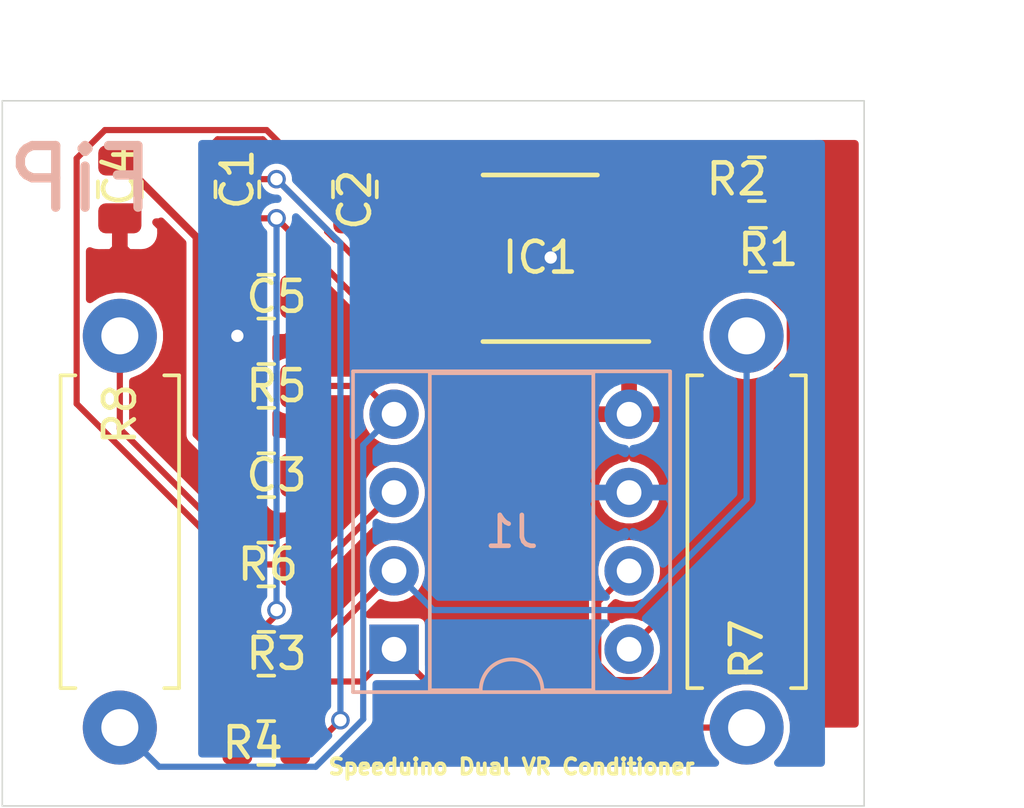
<source format=kicad_pcb>
(kicad_pcb (version 20171130) (host pcbnew "(5.1.6)-1")

  (general
    (thickness 1.6)
    (drawings 8)
    (tracks 111)
    (zones 0)
    (modules 15)
    (nets 13)
  )

  (page A4)
  (layers
    (0 F.Cu mixed)
    (31 B.Cu power)
    (32 B.Adhes user)
    (33 F.Adhes user)
    (34 B.Paste user)
    (35 F.Paste user)
    (36 B.SilkS user)
    (37 F.SilkS user)
    (38 B.Mask user)
    (39 F.Mask user)
    (40 Dwgs.User user)
    (41 Cmts.User user)
    (42 Eco1.User user)
    (43 Eco2.User user)
    (44 Edge.Cuts user)
    (45 Margin user)
    (46 B.CrtYd user)
    (47 F.CrtYd user)
    (48 B.Fab user)
    (49 F.Fab user hide)
  )

  (setup
    (last_trace_width 0.25)
    (trace_clearance 0.2)
    (zone_clearance 0.15)
    (zone_45_only no)
    (trace_min 0.2)
    (via_size 0.8)
    (via_drill 0.4)
    (via_min_size 0.4)
    (via_min_drill 0.3)
    (uvia_size 0.3)
    (uvia_drill 0.1)
    (uvias_allowed no)
    (uvia_min_size 0.2)
    (uvia_min_drill 0.1)
    (edge_width 0.05)
    (segment_width 0.2)
    (pcb_text_width 0.3)
    (pcb_text_size 1.5 1.5)
    (mod_edge_width 0.12)
    (mod_text_size 1 1)
    (mod_text_width 0.15)
    (pad_size 1.524 1.524)
    (pad_drill 0.762)
    (pad_to_mask_clearance 0.05)
    (aux_axis_origin 0 0)
    (visible_elements 7FFFFFFF)
    (pcbplotparams
      (layerselection 0x010fc_ffffffff)
      (usegerberextensions false)
      (usegerberattributes true)
      (usegerberadvancedattributes true)
      (creategerberjobfile true)
      (excludeedgelayer true)
      (linewidth 0.100000)
      (plotframeref false)
      (viasonmask false)
      (mode 1)
      (useauxorigin false)
      (hpglpennumber 1)
      (hpglpenspeed 20)
      (hpglpendiameter 15.000000)
      (psnegative false)
      (psa4output false)
      (plotreference true)
      (plotvalue true)
      (plotinvisibletext false)
      (padsonsilk false)
      (subtractmaskfromsilk false)
      (outputformat 1)
      (mirror false)
      (drillshape 0)
      (scaleselection 1)
      (outputdirectory "Manufacture/"))
  )

  (net 0 "")
  (net 1 "Net-(C1-Pad2)")
  (net 2 "Net-(C1-Pad1)")
  (net 3 "Net-(C2-Pad2)")
  (net 4 "Net-(C2-Pad1)")
  (net 5 Ground)
  (net 6 5V)
  (net 7 Output2)
  (net 8 Output1)
  (net 9 VR2-)
  (net 10 VR2+)
  (net 11 VR1+)
  (net 12 VR1-)

  (net_class Default "This is the default net class."
    (clearance 0.2)
    (trace_width 0.25)
    (via_dia 0.8)
    (via_drill 0.4)
    (uvia_dia 0.3)
    (uvia_drill 0.1)
  )

  (net_class Power ""
    (clearance 0.2)
    (trace_width 0.25)
    (via_dia 0.8)
    (via_drill 0.4)
    (uvia_dia 0.3)
    (uvia_drill 0.1)
    (add_net 5V)
    (add_net Ground)
  )

  (net_class Signal ""
    (clearance 0.1)
    (trace_width 0.2)
    (via_dia 0.6)
    (via_drill 0.4)
    (uvia_dia 0.3)
    (uvia_drill 0.1)
    (diff_pair_width 0.2)
    (diff_pair_gap 0.2)
    (add_net "Net-(C1-Pad1)")
    (add_net "Net-(C1-Pad2)")
    (add_net "Net-(C2-Pad1)")
    (add_net "Net-(C2-Pad2)")
    (add_net Output1)
    (add_net Output2)
    (add_net VR1+)
    (add_net VR1-)
    (add_net VR2+)
    (add_net VR2-)
  )

  (module Resistor_THT:R_Axial_DIN0411_L9.9mm_D3.6mm_P12.70mm_Horizontal (layer F.Cu) (tedit 5AE5139B) (tstamp 5F04753A)
    (at 134.62 85.09 270)
    (descr "Resistor, Axial_DIN0411 series, Axial, Horizontal, pin pitch=12.7mm, 1W, length*diameter=9.9*3.6mm^2")
    (tags "Resistor Axial_DIN0411 series Axial Horizontal pin pitch 12.7mm 1W length 9.9mm diameter 3.6mm")
    (path /5F044A65)
    (fp_text reference R8 (at 2.54 0 90) (layer F.SilkS)
      (effects (font (size 1 1) (thickness 0.15)))
    )
    (fp_text value 4.7K (at 6.35 2.92 90) (layer F.Fab)
      (effects (font (size 1 1) (thickness 0.15)))
    )
    (fp_line (start 14.15 -2.05) (end -1.45 -2.05) (layer F.CrtYd) (width 0.05))
    (fp_line (start 14.15 2.05) (end 14.15 -2.05) (layer F.CrtYd) (width 0.05))
    (fp_line (start -1.45 2.05) (end 14.15 2.05) (layer F.CrtYd) (width 0.05))
    (fp_line (start -1.45 -2.05) (end -1.45 2.05) (layer F.CrtYd) (width 0.05))
    (fp_line (start 11.42 1.92) (end 11.42 1.44) (layer F.SilkS) (width 0.12))
    (fp_line (start 1.28 1.92) (end 11.42 1.92) (layer F.SilkS) (width 0.12))
    (fp_line (start 1.28 1.44) (end 1.28 1.92) (layer F.SilkS) (width 0.12))
    (fp_line (start 11.42 -1.92) (end 11.42 -1.44) (layer F.SilkS) (width 0.12))
    (fp_line (start 1.28 -1.92) (end 11.42 -1.92) (layer F.SilkS) (width 0.12))
    (fp_line (start 1.28 -1.44) (end 1.28 -1.92) (layer F.SilkS) (width 0.12))
    (fp_line (start 12.7 0) (end 11.3 0) (layer F.Fab) (width 0.1))
    (fp_line (start 0 0) (end 1.4 0) (layer F.Fab) (width 0.1))
    (fp_line (start 11.3 -1.8) (end 1.4 -1.8) (layer F.Fab) (width 0.1))
    (fp_line (start 11.3 1.8) (end 11.3 -1.8) (layer F.Fab) (width 0.1))
    (fp_line (start 1.4 1.8) (end 11.3 1.8) (layer F.Fab) (width 0.1))
    (fp_line (start 1.4 -1.8) (end 1.4 1.8) (layer F.Fab) (width 0.1))
    (fp_text user %R (at 6.35 0 90) (layer F.Fab)
      (effects (font (size 1 1) (thickness 0.15)))
    )
    (pad 2 thru_hole oval (at 12.7 0 270) (size 2.4 2.4) (drill 1.2) (layers *.Cu *.Mask)
      (net 9 VR2-))
    (pad 1 thru_hole circle (at 0 0 270) (size 2.4 2.4) (drill 1.2) (layers *.Cu *.Mask)
      (net 10 VR2+))
    (model ${KISYS3DMOD}/Resistor_THT.3dshapes/R_Axial_DIN0411_L9.9mm_D3.6mm_P12.70mm_Horizontal.wrl
      (at (xyz 0 0 0))
      (scale (xyz 1 1 1))
      (rotate (xyz 0 0 0))
    )
  )

  (module Resistor_THT:R_Axial_DIN0411_L9.9mm_D3.6mm_P12.70mm_Horizontal (layer F.Cu) (tedit 5AE5139B) (tstamp 5F04741D)
    (at 154.94 97.79 90)
    (descr "Resistor, Axial_DIN0411 series, Axial, Horizontal, pin pitch=12.7mm, 1W, length*diameter=9.9*3.6mm^2")
    (tags "Resistor Axial_DIN0411 series Axial Horizontal pin pitch 12.7mm 1W length 9.9mm diameter 3.6mm")
    (path /5F04DF67)
    (fp_text reference R7 (at 2.54 0 90) (layer F.SilkS)
      (effects (font (size 1 1) (thickness 0.15)))
    )
    (fp_text value 4.7K (at 6.35 2.92 90) (layer F.Fab)
      (effects (font (size 1 1) (thickness 0.15)))
    )
    (fp_line (start 14.15 -2.05) (end -1.45 -2.05) (layer F.CrtYd) (width 0.05))
    (fp_line (start 14.15 2.05) (end 14.15 -2.05) (layer F.CrtYd) (width 0.05))
    (fp_line (start -1.45 2.05) (end 14.15 2.05) (layer F.CrtYd) (width 0.05))
    (fp_line (start -1.45 -2.05) (end -1.45 2.05) (layer F.CrtYd) (width 0.05))
    (fp_line (start 11.42 1.92) (end 11.42 1.44) (layer F.SilkS) (width 0.12))
    (fp_line (start 1.28 1.92) (end 11.42 1.92) (layer F.SilkS) (width 0.12))
    (fp_line (start 1.28 1.44) (end 1.28 1.92) (layer F.SilkS) (width 0.12))
    (fp_line (start 11.42 -1.92) (end 11.42 -1.44) (layer F.SilkS) (width 0.12))
    (fp_line (start 1.28 -1.92) (end 11.42 -1.92) (layer F.SilkS) (width 0.12))
    (fp_line (start 1.28 -1.44) (end 1.28 -1.92) (layer F.SilkS) (width 0.12))
    (fp_line (start 12.7 0) (end 11.3 0) (layer F.Fab) (width 0.1))
    (fp_line (start 0 0) (end 1.4 0) (layer F.Fab) (width 0.1))
    (fp_line (start 11.3 -1.8) (end 1.4 -1.8) (layer F.Fab) (width 0.1))
    (fp_line (start 11.3 1.8) (end 11.3 -1.8) (layer F.Fab) (width 0.1))
    (fp_line (start 1.4 1.8) (end 11.3 1.8) (layer F.Fab) (width 0.1))
    (fp_line (start 1.4 -1.8) (end 1.4 1.8) (layer F.Fab) (width 0.1))
    (fp_text user %R (at 6.35 0 90) (layer F.Fab)
      (effects (font (size 1 1) (thickness 0.15)))
    )
    (pad 2 thru_hole oval (at 12.7 0 90) (size 2.4 2.4) (drill 1.2) (layers *.Cu *.Mask)
      (net 11 VR1+))
    (pad 1 thru_hole circle (at 0 0 90) (size 2.4 2.4) (drill 1.2) (layers *.Cu *.Mask)
      (net 12 VR1-))
    (model ${KISYS3DMOD}/Resistor_THT.3dshapes/R_Axial_DIN0411_L9.9mm_D3.6mm_P12.70mm_Horizontal.wrl
      (at (xyz 0 0 0))
      (scale (xyz 1 1 1))
      (rotate (xyz 0 0 0))
    )
  )

  (module Package_DIP:DIP-8_W7.62mm_Socket (layer B.Cu) (tedit 5A02E8C5) (tstamp 5EFF1F5F)
    (at 143.51 95.25)
    (descr "8-lead though-hole mounted DIP package, row spacing 7.62 mm (300 mils), Socket")
    (tags "THT DIP DIL PDIP 2.54mm 7.62mm 300mil Socket")
    (path /5F034AAC)
    (fp_text reference J1 (at 3.81 -3.81) (layer B.SilkS)
      (effects (font (size 1 1) (thickness 0.15)) (justify mirror))
    )
    (fp_text value Conn (at 3.81 -9.95) (layer B.Fab)
      (effects (font (size 1 1) (thickness 0.15)) (justify mirror))
    )
    (fp_line (start 9.15 1.6) (end -1.55 1.6) (layer B.CrtYd) (width 0.05))
    (fp_line (start 9.15 -9.2) (end 9.15 1.6) (layer B.CrtYd) (width 0.05))
    (fp_line (start -1.55 -9.2) (end 9.15 -9.2) (layer B.CrtYd) (width 0.05))
    (fp_line (start -1.55 1.6) (end -1.55 -9.2) (layer B.CrtYd) (width 0.05))
    (fp_line (start 8.95 1.39) (end -1.33 1.39) (layer B.SilkS) (width 0.12))
    (fp_line (start 8.95 -9.01) (end 8.95 1.39) (layer B.SilkS) (width 0.12))
    (fp_line (start -1.33 -9.01) (end 8.95 -9.01) (layer B.SilkS) (width 0.12))
    (fp_line (start -1.33 1.39) (end -1.33 -9.01) (layer B.SilkS) (width 0.12))
    (fp_line (start 6.46 1.33) (end 4.81 1.33) (layer B.SilkS) (width 0.12))
    (fp_line (start 6.46 -8.95) (end 6.46 1.33) (layer B.SilkS) (width 0.12))
    (fp_line (start 1.16 -8.95) (end 6.46 -8.95) (layer B.SilkS) (width 0.12))
    (fp_line (start 1.16 1.33) (end 1.16 -8.95) (layer B.SilkS) (width 0.12))
    (fp_line (start 2.81 1.33) (end 1.16 1.33) (layer B.SilkS) (width 0.12))
    (fp_line (start 8.89 1.33) (end -1.27 1.33) (layer B.Fab) (width 0.1))
    (fp_line (start 8.89 -8.95) (end 8.89 1.33) (layer B.Fab) (width 0.1))
    (fp_line (start -1.27 -8.95) (end 8.89 -8.95) (layer B.Fab) (width 0.1))
    (fp_line (start -1.27 1.33) (end -1.27 -8.95) (layer B.Fab) (width 0.1))
    (fp_line (start 0.635 0.27) (end 1.635 1.27) (layer B.Fab) (width 0.1))
    (fp_line (start 0.635 -8.89) (end 0.635 0.27) (layer B.Fab) (width 0.1))
    (fp_line (start 6.985 -8.89) (end 0.635 -8.89) (layer B.Fab) (width 0.1))
    (fp_line (start 6.985 1.27) (end 6.985 -8.89) (layer B.Fab) (width 0.1))
    (fp_line (start 1.635 1.27) (end 6.985 1.27) (layer B.Fab) (width 0.1))
    (fp_text user %R (at 3.81 -3.81) (layer B.Fab)
      (effects (font (size 1 1) (thickness 0.15)) (justify mirror))
    )
    (fp_arc (start 3.81 1.33) (end 2.81 1.33) (angle 180) (layer B.SilkS) (width 0.12))
    (pad 8 thru_hole oval (at 7.62 0) (size 1.6 1.6) (drill 0.8) (layers *.Cu *.Mask)
      (net 8 Output1))
    (pad 4 thru_hole oval (at 0 -7.62) (size 1.6 1.6) (drill 0.8) (layers *.Cu *.Mask)
      (net 9 VR2-))
    (pad 7 thru_hole oval (at 7.62 -2.54) (size 1.6 1.6) (drill 0.8) (layers *.Cu *.Mask)
      (net 7 Output2))
    (pad 3 thru_hole oval (at 0 -5.08) (size 1.6 1.6) (drill 0.8) (layers *.Cu *.Mask)
      (net 10 VR2+))
    (pad 6 thru_hole oval (at 7.62 -5.08) (size 1.6 1.6) (drill 0.8) (layers *.Cu *.Mask)
      (net 5 Ground))
    (pad 2 thru_hole oval (at 0 -2.54) (size 1.6 1.6) (drill 0.8) (layers *.Cu *.Mask)
      (net 11 VR1+))
    (pad 5 thru_hole oval (at 7.62 -7.62) (size 1.6 1.6) (drill 0.8) (layers *.Cu *.Mask)
      (net 6 5V))
    (pad 1 thru_hole rect (at 0 0) (size 1.6 1.6) (drill 0.8) (layers *.Cu *.Mask)
      (net 12 VR1-))
    (model ${KISYS3DMOD}/Package_DIP.3dshapes/DIP-8_W7.62mm_Socket.wrl
      (at (xyz 0 0 0))
      (scale (xyz 1 1 1))
      (rotate (xyz 0 0 0))
    )
  )

  (module Package_SO:QSOP-16_3.9x4.9mm_P0.635mm (layer F.Cu) (tedit 5A02F25C) (tstamp 5EFF230B)
    (at 148.249 82.55 180)
    (descr "16-Lead Plastic Shrink Small Outline Narrow Body (QR)-.150\" Body [QSOP] (see Microchip Packaging Specification 00000049BS.pdf)")
    (tags "SSOP 0.635")
    (path /5F034022)
    (attr smd)
    (fp_text reference IC1 (at 0 0) (layer F.SilkS)
      (effects (font (size 1 1) (thickness 0.15)))
    )
    (fp_text value MAX9926UAEE+ (at 0 3.5) (layer F.Fab) hide
      (effects (font (size 1 1) (thickness 0.15)))
    )
    (fp_line (start -3.525 -2.725) (end 1.8586 -2.725) (layer F.SilkS) (width 0.15))
    (fp_line (start -1.8543 2.675) (end 1.8543 2.675) (layer F.SilkS) (width 0.15))
    (fp_line (start -3.7 2.8) (end 3.7 2.8) (layer F.CrtYd) (width 0.05))
    (fp_line (start -3.7 -2.85) (end 3.7 -2.85) (layer F.CrtYd) (width 0.05))
    (fp_line (start 3.7 -2.85) (end 3.7 2.8) (layer F.CrtYd) (width 0.05))
    (fp_line (start -3.7 -2.85) (end -3.7 2.8) (layer F.CrtYd) (width 0.05))
    (fp_line (start -1.95 -1.45) (end -0.95 -2.45) (layer F.Fab) (width 0.15))
    (fp_line (start -1.95 2.45) (end -1.95 -1.45) (layer F.Fab) (width 0.15))
    (fp_line (start 1.95 2.45) (end -1.95 2.45) (layer F.Fab) (width 0.15))
    (fp_line (start 1.95 -2.45) (end 1.95 2.45) (layer F.Fab) (width 0.15))
    (fp_line (start -0.95 -2.45) (end 1.95 -2.45) (layer F.Fab) (width 0.15))
    (fp_text user %R (at 0 0) (layer F.Fab) hide
      (effects (font (size 0.7 0.7) (thickness 0.15)))
    )
    (pad 16 smd rect (at 2.6543 -2.2225 180) (size 1.6 0.41) (layers F.Cu F.Paste F.Mask)
      (net 2 "Net-(C1-Pad1)"))
    (pad 15 smd rect (at 2.6543 -1.5875 180) (size 1.6 0.41) (layers F.Cu F.Paste F.Mask)
      (net 1 "Net-(C1-Pad2)"))
    (pad 14 smd rect (at 2.6543 -0.9525 180) (size 1.6 0.41) (layers F.Cu F.Paste F.Mask)
      (net 6 5V))
    (pad 13 smd rect (at 2.6543 -0.3175 180) (size 1.6 0.41) (layers F.Cu F.Paste F.Mask)
      (net 5 Ground))
    (pad 12 smd rect (at 2.6543 0.3175 180) (size 1.6 0.41) (layers F.Cu F.Paste F.Mask))
    (pad 11 smd rect (at 2.6543 0.9525 180) (size 1.6 0.41) (layers F.Cu F.Paste F.Mask)
      (net 5 Ground))
    (pad 10 smd rect (at 2.6543 1.5875 180) (size 1.6 0.41) (layers F.Cu F.Paste F.Mask)
      (net 4 "Net-(C2-Pad1)"))
    (pad 9 smd rect (at 2.6543 2.2225 180) (size 1.6 0.41) (layers F.Cu F.Paste F.Mask)
      (net 3 "Net-(C2-Pad2)"))
    (pad 8 smd rect (at -2.6543 2.2225 180) (size 1.6 0.41) (layers F.Cu F.Paste F.Mask)
      (net 5 Ground))
    (pad 7 smd rect (at -2.6543 1.5875 180) (size 1.6 0.41) (layers F.Cu F.Paste F.Mask))
    (pad 6 smd rect (at -2.6543 0.9525 180) (size 1.6 0.41) (layers F.Cu F.Paste F.Mask)
      (net 5 Ground))
    (pad 5 smd rect (at -2.6543 0.3175 180) (size 1.6 0.41) (layers F.Cu F.Paste F.Mask)
      (net 7 Output2))
    (pad 4 smd rect (at -2.6543 -0.3175 180) (size 1.6 0.41) (layers F.Cu F.Paste F.Mask)
      (net 8 Output1))
    (pad 3 smd rect (at -2.6543 -0.9525 180) (size 1.6 0.41) (layers F.Cu F.Paste F.Mask)
      (net 5 Ground))
    (pad 2 smd rect (at -2.6543 -1.5875 180) (size 1.6 0.41) (layers F.Cu F.Paste F.Mask))
    (pad 1 smd rect (at -2.6543 -2.2225 180) (size 1.6 0.41) (layers F.Cu F.Paste F.Mask)
      (net 5 Ground))
    (model ${KISYS3DMOD}/Package_SO.3dshapes/QSOP-16_3.9x4.9mm_P0.635mm.wrl
      (at (xyz 0 0 0))
      (scale (xyz 1 1 1))
      (rotate (xyz 0 0 0))
    )
  )

  (module Capacitor_SMD:C_0805_2012Metric (layer F.Cu) (tedit 5B36C52B) (tstamp 5F0EF13C)
    (at 138.43 80.3425 90)
    (descr "Capacitor SMD 0805 (2012 Metric), square (rectangular) end terminal, IPC_7351 nominal, (Body size source: https://docs.google.com/spreadsheets/d/1BsfQQcO9C6DZCsRaXUlFlo91Tg2WpOkGARC1WS5S8t0/edit?usp=sharing), generated with kicad-footprint-generator")
    (tags capacitor)
    (path /5F04DF61)
    (attr smd)
    (fp_text reference C1 (at 0.3325 0 -90) (layer F.SilkS)
      (effects (font (size 1 1) (thickness 0.15)))
    )
    (fp_text value 1nF (at 0 1.65 -90) (layer F.Fab) hide
      (effects (font (size 1 1) (thickness 0.15)))
    )
    (fp_line (start 1.68 0.95) (end -1.68 0.95) (layer F.CrtYd) (width 0.05))
    (fp_line (start 1.68 -0.95) (end 1.68 0.95) (layer F.CrtYd) (width 0.05))
    (fp_line (start -1.68 -0.95) (end 1.68 -0.95) (layer F.CrtYd) (width 0.05))
    (fp_line (start -1.68 0.95) (end -1.68 -0.95) (layer F.CrtYd) (width 0.05))
    (fp_line (start -0.258578 0.71) (end 0.258578 0.71) (layer F.SilkS) (width 0.12))
    (fp_line (start -0.258578 -0.71) (end 0.258578 -0.71) (layer F.SilkS) (width 0.12))
    (fp_line (start 1 0.6) (end -1 0.6) (layer F.Fab) (width 0.1))
    (fp_line (start 1 -0.6) (end 1 0.6) (layer F.Fab) (width 0.1))
    (fp_line (start -1 -0.6) (end 1 -0.6) (layer F.Fab) (width 0.1))
    (fp_line (start -1 0.6) (end -1 -0.6) (layer F.Fab) (width 0.1))
    (fp_text user %R (at 0 0 -90) (layer F.Fab) hide
      (effects (font (size 0.5 0.5) (thickness 0.08)))
    )
    (pad 2 smd roundrect (at 0.9375 0 90) (size 0.975 1.4) (layers F.Cu F.Paste F.Mask) (roundrect_rratio 0.25)
      (net 1 "Net-(C1-Pad2)"))
    (pad 1 smd roundrect (at -0.9375 0 90) (size 0.975 1.4) (layers F.Cu F.Paste F.Mask) (roundrect_rratio 0.25)
      (net 2 "Net-(C1-Pad1)"))
    (model ${KISYS3DMOD}/Capacitor_SMD.3dshapes/C_0805_2012Metric.wrl
      (at (xyz 0 0 0))
      (scale (xyz 1 1 1))
      (rotate (xyz 0 0 0))
    )
  )

  (module Resistor_SMD:R_0805_2012Metric (layer F.Cu) (tedit 5B36C52B) (tstamp 5F0EE111)
    (at 139.3675 92.502 180)
    (descr "Resistor SMD 0805 (2012 Metric), square (rectangular) end terminal, IPC_7351 nominal, (Body size source: https://docs.google.com/spreadsheets/d/1BsfQQcO9C6DZCsRaXUlFlo91Tg2WpOkGARC1WS5S8t0/edit?usp=sharing), generated with kicad-footprint-generator")
    (tags resistor)
    (path /5F0439CE)
    (attr smd)
    (fp_text reference R6 (at -0.05375 0 180) (layer F.SilkS)
      (effects (font (size 1 1) (thickness 0.15)))
    )
    (fp_text value 10K (at 0 1.65 180) (layer F.Fab) hide
      (effects (font (size 1 1) (thickness 0.15)))
    )
    (fp_line (start 1.68 0.95) (end -1.68 0.95) (layer F.CrtYd) (width 0.05))
    (fp_line (start 1.68 -0.95) (end 1.68 0.95) (layer F.CrtYd) (width 0.05))
    (fp_line (start -1.68 -0.95) (end 1.68 -0.95) (layer F.CrtYd) (width 0.05))
    (fp_line (start -1.68 0.95) (end -1.68 -0.95) (layer F.CrtYd) (width 0.05))
    (fp_line (start -0.258578 0.71) (end 0.258578 0.71) (layer F.SilkS) (width 0.12))
    (fp_line (start -0.258578 -0.71) (end 0.258578 -0.71) (layer F.SilkS) (width 0.12))
    (fp_line (start 1 0.6) (end -1 0.6) (layer F.Fab) (width 0.1))
    (fp_line (start 1 -0.6) (end 1 0.6) (layer F.Fab) (width 0.1))
    (fp_line (start -1 -0.6) (end 1 -0.6) (layer F.Fab) (width 0.1))
    (fp_line (start -1 0.6) (end -1 -0.6) (layer F.Fab) (width 0.1))
    (fp_text user %R (at 0 0 180) (layer F.Fab) hide
      (effects (font (size 0.5 0.5) (thickness 0.08)))
    )
    (pad 2 smd roundrect (at 0.9375 0 180) (size 0.975 1.4) (layers F.Cu F.Paste F.Mask) (roundrect_rratio 0.25)
      (net 3 "Net-(C2-Pad2)"))
    (pad 1 smd roundrect (at -0.9375 0 180) (size 0.975 1.4) (layers F.Cu F.Paste F.Mask) (roundrect_rratio 0.25)
      (net 10 VR2+))
    (model ${KISYS3DMOD}/Resistor_SMD.3dshapes/R_0805_2012Metric.wrl
      (at (xyz 0 0 0))
      (scale (xyz 1 1 1))
      (rotate (xyz 0 0 0))
    )
  )

  (module Resistor_SMD:R_0805_2012Metric (layer F.Cu) (tedit 5B36C52B) (tstamp 5F0EEE69)
    (at 155.2725 80.01)
    (descr "Resistor SMD 0805 (2012 Metric), square (rectangular) end terminal, IPC_7351 nominal, (Body size source: https://docs.google.com/spreadsheets/d/1BsfQQcO9C6DZCsRaXUlFlo91Tg2WpOkGARC1WS5S8t0/edit?usp=sharing), generated with kicad-footprint-generator")
    (tags resistor)
    (path /5F038A85)
    (attr smd)
    (fp_text reference R2 (at -0.65381 0 180) (layer F.SilkS)
      (effects (font (size 1 1) (thickness 0.15)))
    )
    (fp_text value 1K (at 0 1.65 180) (layer F.Fab) hide
      (effects (font (size 1 1) (thickness 0.15)))
    )
    (fp_line (start 1.68 0.95) (end -1.68 0.95) (layer F.CrtYd) (width 0.05))
    (fp_line (start 1.68 -0.95) (end 1.68 0.95) (layer F.CrtYd) (width 0.05))
    (fp_line (start -1.68 -0.95) (end 1.68 -0.95) (layer F.CrtYd) (width 0.05))
    (fp_line (start -1.68 0.95) (end -1.68 -0.95) (layer F.CrtYd) (width 0.05))
    (fp_line (start -0.258578 0.71) (end 0.258578 0.71) (layer F.SilkS) (width 0.12))
    (fp_line (start -0.258578 -0.71) (end 0.258578 -0.71) (layer F.SilkS) (width 0.12))
    (fp_line (start 1 0.6) (end -1 0.6) (layer F.Fab) (width 0.1))
    (fp_line (start 1 -0.6) (end 1 0.6) (layer F.Fab) (width 0.1))
    (fp_line (start -1 -0.6) (end 1 -0.6) (layer F.Fab) (width 0.1))
    (fp_line (start -1 0.6) (end -1 -0.6) (layer F.Fab) (width 0.1))
    (fp_text user %R (at 0 0 180) (layer F.Fab) hide
      (effects (font (size 0.5 0.5) (thickness 0.08)))
    )
    (pad 2 smd roundrect (at 0.9375 0) (size 0.975 1.4) (layers F.Cu F.Paste F.Mask) (roundrect_rratio 0.25)
      (net 6 5V))
    (pad 1 smd roundrect (at -0.9375 0) (size 0.975 1.4) (layers F.Cu F.Paste F.Mask) (roundrect_rratio 0.25)
      (net 7 Output2))
    (model ${KISYS3DMOD}/Resistor_SMD.3dshapes/R_0805_2012Metric.wrl
      (at (xyz 0 0 0))
      (scale (xyz 1 1 1))
      (rotate (xyz 0 0 0))
    )
  )

  (module Capacitor_SMD:C_0805_2012Metric (layer F.Cu) (tedit 5B36C52B) (tstamp 5F0EC75F)
    (at 139.3675 83.82 180)
    (descr "Capacitor SMD 0805 (2012 Metric), square (rectangular) end terminal, IPC_7351 nominal, (Body size source: https://docs.google.com/spreadsheets/d/1BsfQQcO9C6DZCsRaXUlFlo91Tg2WpOkGARC1WS5S8t0/edit?usp=sharing), generated with kicad-footprint-generator")
    (tags capacitor)
    (path /5F03ED16)
    (attr smd)
    (fp_text reference C5 (at -0.3325 0 180) (layer F.SilkS)
      (effects (font (size 1 1) (thickness 0.15)))
    )
    (fp_text value 1uF (at 0 1.65 180) (layer F.Fab) hide
      (effects (font (size 1 1) (thickness 0.15)))
    )
    (fp_line (start 1.68 0.95) (end -1.68 0.95) (layer F.CrtYd) (width 0.05))
    (fp_line (start 1.68 -0.95) (end 1.68 0.95) (layer F.CrtYd) (width 0.05))
    (fp_line (start -1.68 -0.95) (end 1.68 -0.95) (layer F.CrtYd) (width 0.05))
    (fp_line (start -1.68 0.95) (end -1.68 -0.95) (layer F.CrtYd) (width 0.05))
    (fp_line (start -0.258578 0.71) (end 0.258578 0.71) (layer F.SilkS) (width 0.12))
    (fp_line (start -0.258578 -0.71) (end 0.258578 -0.71) (layer F.SilkS) (width 0.12))
    (fp_line (start 1 0.6) (end -1 0.6) (layer F.Fab) (width 0.1))
    (fp_line (start 1 -0.6) (end 1 0.6) (layer F.Fab) (width 0.1))
    (fp_line (start -1 -0.6) (end 1 -0.6) (layer F.Fab) (width 0.1))
    (fp_line (start -1 0.6) (end -1 -0.6) (layer F.Fab) (width 0.1))
    (fp_text user %R (at 0 0 180) (layer F.Fab) hide
      (effects (font (size 0.5 0.5) (thickness 0.08)))
    )
    (pad 2 smd roundrect (at 0.9375 0 180) (size 0.975 1.4) (layers F.Cu F.Paste F.Mask) (roundrect_rratio 0.25)
      (net 5 Ground))
    (pad 1 smd roundrect (at -0.9375 0 180) (size 0.975 1.4) (layers F.Cu F.Paste F.Mask) (roundrect_rratio 0.25)
      (net 6 5V))
    (model ${KISYS3DMOD}/Capacitor_SMD.3dshapes/C_0805_2012Metric.wrl
      (at (xyz 0 0 0))
      (scale (xyz 1 1 1))
      (rotate (xyz 0 0 0))
    )
  )

  (module Capacitor_SMD:C_0805_2012Metric (layer F.Cu) (tedit 5B36C52B) (tstamp 5F0DDBD0)
    (at 142.24 80.3425 90)
    (descr "Capacitor SMD 0805 (2012 Metric), square (rectangular) end terminal, IPC_7351 nominal, (Body size source: https://docs.google.com/spreadsheets/d/1BsfQQcO9C6DZCsRaXUlFlo91Tg2WpOkGARC1WS5S8t0/edit?usp=sharing), generated with kicad-footprint-generator")
    (tags capacitor)
    (path /5F043F77)
    (attr smd)
    (fp_text reference C2 (at -0.3325 0 270) (layer F.SilkS)
      (effects (font (size 1 1) (thickness 0.15)))
    )
    (fp_text value 1nF (at 0 1.65 270) (layer F.Fab) hide
      (effects (font (size 1 1) (thickness 0.15)))
    )
    (fp_line (start 1.68 0.95) (end -1.68 0.95) (layer F.CrtYd) (width 0.05))
    (fp_line (start 1.68 -0.95) (end 1.68 0.95) (layer F.CrtYd) (width 0.05))
    (fp_line (start -1.68 -0.95) (end 1.68 -0.95) (layer F.CrtYd) (width 0.05))
    (fp_line (start -1.68 0.95) (end -1.68 -0.95) (layer F.CrtYd) (width 0.05))
    (fp_line (start -0.258578 0.71) (end 0.258578 0.71) (layer F.SilkS) (width 0.12))
    (fp_line (start -0.258578 -0.71) (end 0.258578 -0.71) (layer F.SilkS) (width 0.12))
    (fp_line (start 1 0.6) (end -1 0.6) (layer F.Fab) (width 0.1))
    (fp_line (start 1 -0.6) (end 1 0.6) (layer F.Fab) (width 0.1))
    (fp_line (start -1 -0.6) (end 1 -0.6) (layer F.Fab) (width 0.1))
    (fp_line (start -1 0.6) (end -1 -0.6) (layer F.Fab) (width 0.1))
    (fp_text user %R (at 0 0 270) (layer F.Fab) hide
      (effects (font (size 0.5 0.5) (thickness 0.08)))
    )
    (pad 2 smd roundrect (at 0.9375 0 90) (size 0.975 1.4) (layers F.Cu F.Paste F.Mask) (roundrect_rratio 0.25)
      (net 3 "Net-(C2-Pad2)"))
    (pad 1 smd roundrect (at -0.9375 0 90) (size 0.975 1.4) (layers F.Cu F.Paste F.Mask) (roundrect_rratio 0.25)
      (net 4 "Net-(C2-Pad1)"))
    (model ${KISYS3DMOD}/Capacitor_SMD.3dshapes/C_0805_2012Metric.wrl
      (at (xyz 0 0 0))
      (scale (xyz 1 1 1))
      (rotate (xyz 0 0 0))
    )
  )

  (module Resistor_SMD:R_0805_2012Metric (layer F.Cu) (tedit 5B36C52B) (tstamp 5EFF09F5)
    (at 139.3675 86.714 180)
    (descr "Resistor SMD 0805 (2012 Metric), square (rectangular) end terminal, IPC_7351 nominal, (Body size source: https://docs.google.com/spreadsheets/d/1BsfQQcO9C6DZCsRaXUlFlo91Tg2WpOkGARC1WS5S8t0/edit?usp=sharing), generated with kicad-footprint-generator")
    (tags resistor)
    (path /5F043203)
    (attr smd)
    (fp_text reference R5 (at -0.3325 0 180) (layer F.SilkS)
      (effects (font (size 1 1) (thickness 0.15)))
    )
    (fp_text value 10K (at 0 1.65 180) (layer F.Fab) hide
      (effects (font (size 1 1) (thickness 0.15)))
    )
    (fp_line (start 1.68 0.95) (end -1.68 0.95) (layer F.CrtYd) (width 0.05))
    (fp_line (start 1.68 -0.95) (end 1.68 0.95) (layer F.CrtYd) (width 0.05))
    (fp_line (start -1.68 -0.95) (end 1.68 -0.95) (layer F.CrtYd) (width 0.05))
    (fp_line (start -1.68 0.95) (end -1.68 -0.95) (layer F.CrtYd) (width 0.05))
    (fp_line (start -0.258578 0.71) (end 0.258578 0.71) (layer F.SilkS) (width 0.12))
    (fp_line (start -0.258578 -0.71) (end 0.258578 -0.71) (layer F.SilkS) (width 0.12))
    (fp_line (start 1 0.6) (end -1 0.6) (layer F.Fab) (width 0.1))
    (fp_line (start 1 -0.6) (end 1 0.6) (layer F.Fab) (width 0.1))
    (fp_line (start -1 -0.6) (end 1 -0.6) (layer F.Fab) (width 0.1))
    (fp_line (start -1 0.6) (end -1 -0.6) (layer F.Fab) (width 0.1))
    (fp_text user %R (at 0 0 180) (layer F.Fab) hide
      (effects (font (size 0.5 0.5) (thickness 0.08)))
    )
    (pad 2 smd roundrect (at 0.9375 0 180) (size 0.975 1.4) (layers F.Cu F.Paste F.Mask) (roundrect_rratio 0.25)
      (net 4 "Net-(C2-Pad1)"))
    (pad 1 smd roundrect (at -0.9375 0 180) (size 0.975 1.4) (layers F.Cu F.Paste F.Mask) (roundrect_rratio 0.25)
      (net 9 VR2-))
    (model ${KISYS3DMOD}/Resistor_SMD.3dshapes/R_0805_2012Metric.wrl
      (at (xyz 0 0 0))
      (scale (xyz 1 1 1))
      (rotate (xyz 0 0 0))
    )
  )

  (module Resistor_SMD:R_0805_2012Metric (layer F.Cu) (tedit 5B36C52B) (tstamp 5F0EDB64)
    (at 139.3675 98.29)
    (descr "Resistor SMD 0805 (2012 Metric), square (rectangular) end terminal, IPC_7351 nominal, (Body size source: https://docs.google.com/spreadsheets/d/1BsfQQcO9C6DZCsRaXUlFlo91Tg2WpOkGARC1WS5S8t0/edit?usp=sharing), generated with kicad-footprint-generator")
    (tags resistor)
    (path /5F04DF5B)
    (attr smd)
    (fp_text reference R4 (at -0.44 0 -180) (layer F.SilkS)
      (effects (font (size 1 1) (thickness 0.15)))
    )
    (fp_text value 10K (at 0 1.65 -180) (layer F.Fab) hide
      (effects (font (size 1 1) (thickness 0.15)))
    )
    (fp_line (start -1 0.6) (end -1 -0.6) (layer F.Fab) (width 0.1))
    (fp_line (start -1 -0.6) (end 1 -0.6) (layer F.Fab) (width 0.1))
    (fp_line (start 1 -0.6) (end 1 0.6) (layer F.Fab) (width 0.1))
    (fp_line (start 1 0.6) (end -1 0.6) (layer F.Fab) (width 0.1))
    (fp_line (start -0.258578 -0.71) (end 0.258578 -0.71) (layer F.SilkS) (width 0.12))
    (fp_line (start -0.258578 0.71) (end 0.258578 0.71) (layer F.SilkS) (width 0.12))
    (fp_line (start -1.68 0.95) (end -1.68 -0.95) (layer F.CrtYd) (width 0.05))
    (fp_line (start -1.68 -0.95) (end 1.68 -0.95) (layer F.CrtYd) (width 0.05))
    (fp_line (start 1.68 -0.95) (end 1.68 0.95) (layer F.CrtYd) (width 0.05))
    (fp_line (start 1.68 0.95) (end -1.68 0.95) (layer F.CrtYd) (width 0.05))
    (fp_text user %R (at 0 0 -180) (layer F.Fab) hide
      (effects (font (size 0.5 0.5) (thickness 0.08)))
    )
    (pad 1 smd roundrect (at -0.9375 0) (size 0.975 1.4) (layers F.Cu F.Paste F.Mask) (roundrect_rratio 0.25)
      (net 12 VR1-))
    (pad 2 smd roundrect (at 0.9375 0) (size 0.975 1.4) (layers F.Cu F.Paste F.Mask) (roundrect_rratio 0.25)
      (net 1 "Net-(C1-Pad2)"))
    (model ${KISYS3DMOD}/Resistor_SMD.3dshapes/R_0805_2012Metric.wrl
      (at (xyz 0 0 0))
      (scale (xyz 1 1 1))
      (rotate (xyz 0 0 0))
    )
  )

  (module Resistor_SMD:R_0805_2012Metric (layer F.Cu) (tedit 5B36C52B) (tstamp 5F0EC7B1)
    (at 139.3675 95.396 180)
    (descr "Resistor SMD 0805 (2012 Metric), square (rectangular) end terminal, IPC_7351 nominal, (Body size source: https://docs.google.com/spreadsheets/d/1BsfQQcO9C6DZCsRaXUlFlo91Tg2WpOkGARC1WS5S8t0/edit?usp=sharing), generated with kicad-footprint-generator")
    (tags resistor)
    (path /5F04DF55)
    (attr smd)
    (fp_text reference R3 (at -0.3325 0 180) (layer F.SilkS)
      (effects (font (size 1 1) (thickness 0.15)))
    )
    (fp_text value 10K (at 0 1.65 180) (layer F.Fab) hide
      (effects (font (size 1 1) (thickness 0.15)))
    )
    (fp_line (start 1.68 0.95) (end -1.68 0.95) (layer F.CrtYd) (width 0.05))
    (fp_line (start 1.68 -0.95) (end 1.68 0.95) (layer F.CrtYd) (width 0.05))
    (fp_line (start -1.68 -0.95) (end 1.68 -0.95) (layer F.CrtYd) (width 0.05))
    (fp_line (start -1.68 0.95) (end -1.68 -0.95) (layer F.CrtYd) (width 0.05))
    (fp_line (start -0.258578 0.71) (end 0.258578 0.71) (layer F.SilkS) (width 0.12))
    (fp_line (start -0.258578 -0.71) (end 0.258578 -0.71) (layer F.SilkS) (width 0.12))
    (fp_line (start 1 0.6) (end -1 0.6) (layer F.Fab) (width 0.1))
    (fp_line (start 1 -0.6) (end 1 0.6) (layer F.Fab) (width 0.1))
    (fp_line (start -1 -0.6) (end 1 -0.6) (layer F.Fab) (width 0.1))
    (fp_line (start -1 0.6) (end -1 -0.6) (layer F.Fab) (width 0.1))
    (fp_text user %R (at 0 0 180) (layer F.Fab) hide
      (effects (font (size 0.5 0.5) (thickness 0.08)))
    )
    (pad 2 smd roundrect (at 0.9375 0 180) (size 0.975 1.4) (layers F.Cu F.Paste F.Mask) (roundrect_rratio 0.25)
      (net 2 "Net-(C1-Pad1)"))
    (pad 1 smd roundrect (at -0.9375 0 180) (size 0.975 1.4) (layers F.Cu F.Paste F.Mask) (roundrect_rratio 0.25)
      (net 11 VR1+))
    (model ${KISYS3DMOD}/Resistor_SMD.3dshapes/R_0805_2012Metric.wrl
      (at (xyz 0 0 0))
      (scale (xyz 1 1 1))
      (rotate (xyz 0 0 0))
    )
  )

  (module Resistor_SMD:R_0805_2012Metric (layer F.Cu) (tedit 5B36C52B) (tstamp 5F0EB680)
    (at 155.31 82.3)
    (descr "Resistor SMD 0805 (2012 Metric), square (rectangular) end terminal, IPC_7351 nominal, (Body size source: https://docs.google.com/spreadsheets/d/1BsfQQcO9C6DZCsRaXUlFlo91Tg2WpOkGARC1WS5S8t0/edit?usp=sharing), generated with kicad-footprint-generator")
    (tags resistor)
    (path /5F0378BD)
    (attr smd)
    (fp_text reference R1 (at 0.3325 0 180) (layer F.SilkS)
      (effects (font (size 1 1) (thickness 0.15)))
    )
    (fp_text value 1K (at 0 1.65 180) (layer F.Fab) hide
      (effects (font (size 1 1) (thickness 0.15)))
    )
    (fp_line (start 1.68 0.95) (end -1.68 0.95) (layer F.CrtYd) (width 0.05))
    (fp_line (start 1.68 -0.95) (end 1.68 0.95) (layer F.CrtYd) (width 0.05))
    (fp_line (start -1.68 -0.95) (end 1.68 -0.95) (layer F.CrtYd) (width 0.05))
    (fp_line (start -1.68 0.95) (end -1.68 -0.95) (layer F.CrtYd) (width 0.05))
    (fp_line (start -0.258578 0.71) (end 0.258578 0.71) (layer F.SilkS) (width 0.12))
    (fp_line (start -0.258578 -0.71) (end 0.258578 -0.71) (layer F.SilkS) (width 0.12))
    (fp_line (start 1 0.6) (end -1 0.6) (layer F.Fab) (width 0.1))
    (fp_line (start 1 -0.6) (end 1 0.6) (layer F.Fab) (width 0.1))
    (fp_line (start -1 -0.6) (end 1 -0.6) (layer F.Fab) (width 0.1))
    (fp_line (start -1 0.6) (end -1 -0.6) (layer F.Fab) (width 0.1))
    (fp_text user %R (at 0 0 90) (layer F.Fab) hide
      (effects (font (size 0.5 0.5) (thickness 0.08)))
    )
    (pad 2 smd roundrect (at 0.9375 0) (size 0.975 1.4) (layers F.Cu F.Paste F.Mask) (roundrect_rratio 0.25)
      (net 6 5V))
    (pad 1 smd roundrect (at -0.9375 0) (size 0.975 1.4) (layers F.Cu F.Paste F.Mask) (roundrect_rratio 0.25)
      (net 8 Output1))
    (model ${KISYS3DMOD}/Resistor_SMD.3dshapes/R_0805_2012Metric.wrl
      (at (xyz 0 0 0))
      (scale (xyz 1 1 1))
      (rotate (xyz 0 0 0))
    )
  )

  (module Capacitor_SMD:C_0805_2012Metric (layer F.Cu) (tedit 5B36C52B) (tstamp 5F0EB7A0)
    (at 134.62 80.3425 90)
    (descr "Capacitor SMD 0805 (2012 Metric), square (rectangular) end terminal, IPC_7351 nominal, (Body size source: https://docs.google.com/spreadsheets/d/1BsfQQcO9C6DZCsRaXUlFlo91Tg2WpOkGARC1WS5S8t0/edit?usp=sharing), generated with kicad-footprint-generator")
    (tags capacitor)
    (path /5F03E827)
    (attr smd)
    (fp_text reference C4 (at 0.44 0 270) (layer F.SilkS)
      (effects (font (size 1 1) (thickness 0.15)))
    )
    (fp_text value 0.1uF (at 0 1.65 270) (layer F.Fab) hide
      (effects (font (size 1 1) (thickness 0.15)))
    )
    (fp_line (start 1.68 0.95) (end -1.68 0.95) (layer F.CrtYd) (width 0.05))
    (fp_line (start 1.68 -0.95) (end 1.68 0.95) (layer F.CrtYd) (width 0.05))
    (fp_line (start -1.68 -0.95) (end 1.68 -0.95) (layer F.CrtYd) (width 0.05))
    (fp_line (start -1.68 0.95) (end -1.68 -0.95) (layer F.CrtYd) (width 0.05))
    (fp_line (start -0.258578 0.71) (end 0.258578 0.71) (layer F.SilkS) (width 0.12))
    (fp_line (start -0.258578 -0.71) (end 0.258578 -0.71) (layer F.SilkS) (width 0.12))
    (fp_line (start 1 0.6) (end -1 0.6) (layer F.Fab) (width 0.1))
    (fp_line (start 1 -0.6) (end 1 0.6) (layer F.Fab) (width 0.1))
    (fp_line (start -1 -0.6) (end 1 -0.6) (layer F.Fab) (width 0.1))
    (fp_line (start -1 0.6) (end -1 -0.6) (layer F.Fab) (width 0.1))
    (fp_text user %R (at 0 0 270) (layer F.Fab) hide
      (effects (font (size 0.5 0.5) (thickness 0.08)))
    )
    (pad 2 smd roundrect (at 0.9375 0 90) (size 0.975 1.4) (layers F.Cu F.Paste F.Mask) (roundrect_rratio 0.25)
      (net 5 Ground))
    (pad 1 smd roundrect (at -0.9375 0 90) (size 0.975 1.4) (layers F.Cu F.Paste F.Mask) (roundrect_rratio 0.25)
      (net 6 5V))
    (model ${KISYS3DMOD}/Capacitor_SMD.3dshapes/C_0805_2012Metric.wrl
      (at (xyz 0 0 0))
      (scale (xyz 1 1 1))
      (rotate (xyz 0 0 0))
    )
  )

  (module Capacitor_SMD:C_0805_2012Metric (layer F.Cu) (tedit 5B36C52B) (tstamp 5F0EDBC7)
    (at 139.3675 89.608 180)
    (descr "Capacitor SMD 0805 (2012 Metric), square (rectangular) end terminal, IPC_7351 nominal, (Body size source: https://docs.google.com/spreadsheets/d/1BsfQQcO9C6DZCsRaXUlFlo91Tg2WpOkGARC1WS5S8t0/edit?usp=sharing), generated with kicad-footprint-generator")
    (tags capacitor)
    (path /5F03CABE)
    (attr smd)
    (fp_text reference C3 (at -0.3325 0 180) (layer F.SilkS)
      (effects (font (size 1 1) (thickness 0.15)))
    )
    (fp_text value 0.01uF (at 0 1.65 180) (layer F.Fab) hide
      (effects (font (size 1 1) (thickness 0.15)))
    )
    (fp_line (start 1.68 0.95) (end -1.68 0.95) (layer F.CrtYd) (width 0.05))
    (fp_line (start 1.68 -0.95) (end 1.68 0.95) (layer F.CrtYd) (width 0.05))
    (fp_line (start -1.68 -0.95) (end 1.68 -0.95) (layer F.CrtYd) (width 0.05))
    (fp_line (start -1.68 0.95) (end -1.68 -0.95) (layer F.CrtYd) (width 0.05))
    (fp_line (start -0.258578 0.71) (end 0.258578 0.71) (layer F.SilkS) (width 0.12))
    (fp_line (start -0.258578 -0.71) (end 0.258578 -0.71) (layer F.SilkS) (width 0.12))
    (fp_line (start 1 0.6) (end -1 0.6) (layer F.Fab) (width 0.1))
    (fp_line (start 1 -0.6) (end 1 0.6) (layer F.Fab) (width 0.1))
    (fp_line (start -1 -0.6) (end 1 -0.6) (layer F.Fab) (width 0.1))
    (fp_line (start -1 0.6) (end -1 -0.6) (layer F.Fab) (width 0.1))
    (fp_text user %R (at 0 0 180) (layer F.Fab) hide
      (effects (font (size 0.5 0.5) (thickness 0.08)))
    )
    (pad 2 smd roundrect (at 0.9375 0 180) (size 0.975 1.4) (layers F.Cu F.Paste F.Mask) (roundrect_rratio 0.25)
      (net 5 Ground))
    (pad 1 smd roundrect (at -0.9375 0 180) (size 0.975 1.4) (layers F.Cu F.Paste F.Mask) (roundrect_rratio 0.25)
      (net 6 5V))
    (model ${KISYS3DMOD}/Capacitor_SMD.3dshapes/C_0805_2012Metric.wrl
      (at (xyz 0 0 0))
      (scale (xyz 1 1 1))
      (rotate (xyz 0 0 0))
    )
  )

  (gr_text "Speeduino Dual VR Conditioner" (at 147.32 99.06) (layer F.SilkS)
    (effects (font (size 0.5 0.5) (thickness 0.125)))
  )
  (dimension 22.86 (width 0.15) (layer Dwgs.User)
    (gr_text "22.860 mm" (at 162.59 88.9 90) (layer Dwgs.User)
      (effects (font (size 1 1) (thickness 0.15)))
    )
    (feature1 (pts (xy 158.75 77.47) (xy 161.876421 77.47)))
    (feature2 (pts (xy 158.75 100.33) (xy 161.876421 100.33)))
    (crossbar (pts (xy 161.29 100.33) (xy 161.29 77.47)))
    (arrow1a (pts (xy 161.29 77.47) (xy 161.876421 78.596504)))
    (arrow1b (pts (xy 161.29 77.47) (xy 160.703579 78.596504)))
    (arrow2a (pts (xy 161.29 100.33) (xy 161.876421 99.203496)))
    (arrow2b (pts (xy 161.29 100.33) (xy 160.703579 99.203496)))
  )
  (gr_line (start 158.75 100.33) (end 130.81 100.33) (layer Edge.Cuts) (width 0.05) (tstamp 5F05E14F))
  (gr_line (start 158.75 77.47) (end 158.75 100.33) (layer Edge.Cuts) (width 0.05))
  (gr_line (start 130.81 77.47) (end 130.81 100.33) (layer Edge.Cuts) (width 0.05))
  (gr_line (start 158.75 77.47) (end 130.81 77.47) (layer Edge.Cuts) (width 0.05))
  (dimension 27.94 (width 0.15) (layer Dwgs.User)
    (gr_text "27.940 mm" (at 144.78 74.9) (layer Dwgs.User)
      (effects (font (size 1 1) (thickness 0.15)))
    )
    (feature1 (pts (xy 130.81 77.47) (xy 130.81 75.613579)))
    (feature2 (pts (xy 158.75 77.47) (xy 158.75 75.613579)))
    (crossbar (pts (xy 158.75 76.2) (xy 130.81 76.2)))
    (arrow1a (pts (xy 130.81 76.2) (xy 131.936504 75.613579)))
    (arrow1b (pts (xy 130.81 76.2) (xy 131.936504 76.786421)))
    (arrow2a (pts (xy 158.75 76.2) (xy 157.623496 75.613579)))
    (arrow2b (pts (xy 158.75 76.2) (xy 157.623496 76.786421)))
  )
  (gr_text FiP (at 133.35 80.01) (layer B.SilkS)
    (effects (font (size 2 2) (thickness 0.3)) (justify mirror))
  )

  (via (at 139.7 80.01) (size 0.6) (drill 0.4) (layers F.Cu B.Cu) (net 1))
  (segment (start 143.8275 84.1375) (end 145.5947 84.1375) (width 0.2) (layer F.Cu) (net 1))
  (segment (start 141.33999 81.64999) (end 141.33999 81.707562) (width 0.2) (layer F.Cu) (net 1))
  (segment (start 141.65751 81.96751) (end 143.8275 84.1375) (width 0.2) (layer F.Cu) (net 1))
  (segment (start 139.7 80.01) (end 141.33999 81.64999) (width 0.2) (layer F.Cu) (net 1))
  (segment (start 141.33999 81.707562) (end 141.599938 81.96751) (width 0.2) (layer F.Cu) (net 1))
  (segment (start 141.599938 81.96751) (end 141.65751 81.96751) (width 0.2) (layer F.Cu) (net 1))
  (segment (start 139.035 80.01) (end 138.43 79.405) (width 0.2) (layer F.Cu) (net 1))
  (segment (start 139.7 80.01) (end 139.035 80.01) (width 0.2) (layer F.Cu) (net 1))
  (segment (start 139.7 80.01) (end 141.771433 82.081433) (width 0.2) (layer B.Cu) (net 1))
  (segment (start 141.771433 82.081433) (end 141.771433 97.551446) (width 0.2) (layer B.Cu) (net 1))
  (via (at 141.771433 97.551446) (size 0.6) (drill 0.4) (layers F.Cu B.Cu) (net 1))
  (segment (start 140.305 98.29) (end 141.032879 98.29) (width 0.2) (layer F.Cu) (net 1))
  (segment (start 141.032879 98.29) (end 141.771433 97.551446) (width 0.2) (layer F.Cu) (net 1))
  (via (at 139.7 81.28) (size 0.6) (drill 0.4) (layers F.Cu B.Cu) (net 2))
  (via (at 139.7 93.98) (size 0.6) (drill 0.4) (layers F.Cu B.Cu) (net 2))
  (segment (start 143.1925 84.7725) (end 145.5947 84.7725) (width 0.2) (layer F.Cu) (net 2))
  (segment (start 139.7 81.28) (end 143.1925 84.7725) (width 0.2) (layer F.Cu) (net 2))
  (segment (start 139.7 81.28) (end 138.43 81.28) (width 0.2) (layer F.Cu) (net 2))
  (segment (start 139.7 81.28) (end 139.7 93.98) (width 0.2) (layer B.Cu) (net 2))
  (segment (start 139.7 94.126) (end 138.43 95.396) (width 0.2) (layer F.Cu) (net 2))
  (segment (start 139.7 93.98) (end 139.7 94.126) (width 0.2) (layer F.Cu) (net 2))
  (segment (start 144.6722 79.405) (end 145.5947 80.3275) (width 0.2) (layer F.Cu) (net 3))
  (segment (start 142.24 79.405) (end 144.6722 79.405) (width 0.2) (layer F.Cu) (net 3))
  (segment (start 142.24 79.405) (end 140.365 79.405) (width 0.2) (layer F.Cu) (net 3))
  (segment (start 133.219999 87.291999) (end 138.43 92.502) (width 0.2) (layer F.Cu) (net 3))
  (segment (start 133.219999 79.336007) (end 133.219999 87.291999) (width 0.2) (layer F.Cu) (net 3))
  (segment (start 134.138527 78.417479) (end 133.219999 79.336007) (width 0.2) (layer F.Cu) (net 3))
  (segment (start 139.37748 78.417479) (end 134.138527 78.417479) (width 0.2) (layer F.Cu) (net 3))
  (segment (start 140.365 79.405) (end 139.37748 78.417479) (width 0.2) (layer F.Cu) (net 3))
  (segment (start 142.5575 80.9625) (end 145.5947 80.9625) (width 0.2) (layer F.Cu) (net 4))
  (segment (start 142.24 81.28) (end 142.5575 80.9625) (width 0.2) (layer F.Cu) (net 4))
  (segment (start 137.789938 78.71749) (end 137.52999 78.977438) (width 0.2) (layer F.Cu) (net 4))
  (segment (start 137.52999 78.977438) (end 137.52999 85.81399) (width 0.2) (layer F.Cu) (net 4))
  (segment (start 141.815722 81.28) (end 139.253212 78.71749) (width 0.2) (layer F.Cu) (net 4))
  (segment (start 137.52999 85.81399) (end 138.43 86.714) (width 0.2) (layer F.Cu) (net 4))
  (segment (start 139.253212 78.71749) (end 137.789938 78.71749) (width 0.2) (layer F.Cu) (net 4))
  (segment (start 142.24 81.28) (end 141.815722 81.28) (width 0.2) (layer F.Cu) (net 4))
  (via (at 138.43 85.09) (size 0.8) (drill 0.4) (layers F.Cu B.Cu) (net 5))
  (segment (start 149.5425 81.5975) (end 148.59 82.55) (width 0.25) (layer F.Cu) (net 5))
  (segment (start 150.9033 81.5975) (end 149.5425 81.5975) (width 0.25) (layer F.Cu) (net 5))
  (segment (start 147.5972 82.55) (end 148.59 82.55) (width 0.25) (layer F.Cu) (net 5))
  (segment (start 146.6447 81.5975) (end 147.5972 82.55) (width 0.25) (layer F.Cu) (net 5))
  (segment (start 145.5947 81.5975) (end 146.6447 81.5975) (width 0.25) (layer F.Cu) (net 5))
  (segment (start 149.5425 83.5025) (end 148.59 82.55) (width 0.25) (layer F.Cu) (net 5))
  (segment (start 150.9033 83.5025) (end 149.5425 83.5025) (width 0.25) (layer F.Cu) (net 5))
  (segment (start 148.59 81.5908) (end 148.59 82.55) (width 0.25) (layer F.Cu) (net 5))
  (segment (start 149.8533 80.3275) (end 148.59 81.5908) (width 0.25) (layer F.Cu) (net 5))
  (segment (start 150.9033 80.3275) (end 149.8533 80.3275) (width 0.25) (layer F.Cu) (net 5))
  (segment (start 148.59 83.5092) (end 148.59 82.55) (width 0.25) (layer F.Cu) (net 5))
  (segment (start 149.8533 84.7725) (end 148.59 83.5092) (width 0.25) (layer F.Cu) (net 5))
  (segment (start 150.9033 84.7725) (end 149.8533 84.7725) (width 0.25) (layer F.Cu) (net 5))
  (segment (start 148.2725 82.8675) (end 148.59 82.55) (width 0.25) (layer F.Cu) (net 5))
  (segment (start 145.5947 82.8675) (end 148.2725 82.8675) (width 0.25) (layer F.Cu) (net 5))
  (via (at 148.59 82.55) (size 0.8) (drill 0.4) (layers F.Cu B.Cu) (net 5))
  (segment (start 139.24251 84.63251) (end 138.43 83.82) (width 0.25) (layer F.Cu) (net 5))
  (segment (start 139.24251 88.79549) (end 139.24251 84.63251) (width 0.25) (layer F.Cu) (net 5))
  (segment (start 138.43 89.608) (end 139.24251 88.79549) (width 0.25) (layer F.Cu) (net 5))
  (segment (start 138.43 85.09) (end 138.43 83.82) (width 0.25) (layer F.Cu) (net 5))
  (segment (start 137.104978 88.282978) (end 138.43 89.608) (width 0.25) (layer F.Cu) (net 5))
  (segment (start 137.104978 81.889978) (end 137.104978 88.282978) (width 0.25) (layer F.Cu) (net 5))
  (segment (start 134.62 79.405) (end 137.104978 81.889978) (width 0.25) (layer F.Cu) (net 5))
  (segment (start 154.1258 80.01) (end 154.335 80.01) (width 0.2) (layer F.Cu) (net 7))
  (segment (start 151.9033 82.2325) (end 154.1258 80.01) (width 0.2) (layer F.Cu) (net 7))
  (segment (start 150.9033 82.2325) (end 151.9033 82.2325) (width 0.2) (layer F.Cu) (net 7))
  (segment (start 154.335 80.493526) (end 154.335 80.01) (width 0.2) (layer F.Cu) (net 7))
  (segment (start 150.649999 96.250001) (end 151.610001 96.250001) (width 0.2) (layer F.Cu) (net 7))
  (segment (start 156.21 86.31628) (end 156.640012 85.886269) (width 0.2) (layer F.Cu) (net 7))
  (segment (start 150.129999 95.730001) (end 150.649999 96.250001) (width 0.2) (layer F.Cu) (net 7))
  (segment (start 151.13 92.71) (end 150.129999 93.710001) (width 0.2) (layer F.Cu) (net 7))
  (segment (start 156.640012 85.886269) (end 156.640012 84.293731) (width 0.2) (layer F.Cu) (net 7))
  (segment (start 156.21 91.650002) (end 156.21 86.31628) (width 0.2) (layer F.Cu) (net 7))
  (segment (start 155.45999 81.618516) (end 154.335 80.493526) (width 0.2) (layer F.Cu) (net 7))
  (segment (start 150.129999 93.710001) (end 150.129999 95.730001) (width 0.2) (layer F.Cu) (net 7))
  (segment (start 156.640012 84.293731) (end 155.45999 83.113709) (width 0.2) (layer F.Cu) (net 7))
  (segment (start 151.610001 96.250001) (end 156.21 91.650002) (width 0.2) (layer F.Cu) (net 7))
  (segment (start 155.45999 83.113709) (end 155.45999 81.618516) (width 0.2) (layer F.Cu) (net 7))
  (segment (start 153.805 82.8675) (end 150.9033 82.8675) (width 0.2) (layer F.Cu) (net 8))
  (segment (start 154.3725 82.3) (end 153.805 82.8675) (width 0.2) (layer F.Cu) (net 8))
  (segment (start 151.13 95.25) (end 155.909989 90.470011) (width 0.2) (layer F.Cu) (net 8))
  (segment (start 156.340001 84.417999) (end 154.3725 82.450498) (width 0.2) (layer F.Cu) (net 8))
  (segment (start 155.909989 90.470011) (end 155.909989 86.192013) (width 0.2) (layer F.Cu) (net 8))
  (segment (start 156.340001 85.762001) (end 156.340001 84.417999) (width 0.2) (layer F.Cu) (net 8))
  (segment (start 155.909989 86.192013) (end 156.340001 85.762001) (width 0.2) (layer F.Cu) (net 8))
  (segment (start 154.3725 82.450498) (end 154.3725 82.3) (width 0.2) (layer F.Cu) (net 8))
  (segment (start 142.594 86.714) (end 143.51 87.63) (width 0.2) (layer F.Cu) (net 9))
  (segment (start 140.305 86.714) (end 142.594 86.714) (width 0.2) (layer F.Cu) (net 9))
  (segment (start 140.97 99.06) (end 135.89 99.06) (width 0.2) (layer B.Cu) (net 9))
  (segment (start 135.89 99.06) (end 134.62 97.79) (width 0.2) (layer B.Cu) (net 9))
  (segment (start 142.509999 97.520001) (end 140.97 99.06) (width 0.2) (layer B.Cu) (net 9))
  (segment (start 143.51 87.63) (end 142.509999 88.630001) (width 0.2) (layer B.Cu) (net 9))
  (segment (start 142.509999 88.630001) (end 142.509999 97.520001) (width 0.2) (layer B.Cu) (net 9))
  (segment (start 141.178 92.502) (end 143.51 90.17) (width 0.2) (layer F.Cu) (net 10))
  (segment (start 140.305 92.502) (end 141.178 92.502) (width 0.2) (layer F.Cu) (net 10))
  (segment (start 134.62 88.10225) (end 134.62 85.09) (width 0.2) (layer F.Cu) (net 10))
  (segment (start 139.11751 92.502) (end 139.11751 91.861938) (width 0.2) (layer F.Cu) (net 10))
  (segment (start 138.857562 91.60199) (end 138.11974 91.60199) (width 0.2) (layer F.Cu) (net 10))
  (segment (start 140.305 92.502) (end 139.11751 92.502) (width 0.2) (layer F.Cu) (net 10))
  (segment (start 138.11974 91.60199) (end 134.62 88.10225) (width 0.2) (layer F.Cu) (net 10))
  (segment (start 139.11751 91.861938) (end 138.857562 91.60199) (width 0.2) (layer F.Cu) (net 10))
  (segment (start 140.824 95.396) (end 140.305 95.396) (width 0.2) (layer F.Cu) (net 11))
  (segment (start 143.51 92.71) (end 140.824 95.396) (width 0.2) (layer F.Cu) (net 11))
  (segment (start 154.94 90.380002) (end 151.340002 93.98) (width 0.2) (layer B.Cu) (net 11))
  (segment (start 154.94 85.09) (end 154.94 90.380002) (width 0.2) (layer B.Cu) (net 11))
  (segment (start 144.78 93.98) (end 143.51 92.71) (width 0.2) (layer B.Cu) (net 11))
  (segment (start 151.340002 93.98) (end 144.78 93.98) (width 0.2) (layer B.Cu) (net 11))
  (segment (start 140.42399 96.29601) (end 138.43 98.29) (width 0.2) (layer F.Cu) (net 12))
  (segment (start 142.46399 96.29601) (end 140.42399 96.29601) (width 0.2) (layer F.Cu) (net 12))
  (segment (start 143.51 95.25) (end 142.46399 96.29601) (width 0.2) (layer F.Cu) (net 12))
  (segment (start 146.05 97.79) (end 154.94 97.79) (width 0.2) (layer F.Cu) (net 12))
  (segment (start 143.51 95.25) (end 146.05 97.79) (width 0.2) (layer F.Cu) (net 12))

  (zone (net 5) (net_name Ground) (layer B.Cu) (tstamp 5F10189E) (hatch edge 0.508)
    (connect_pads (clearance 0.15))
    (min_thickness 0.254)
    (fill yes (arc_segments 32) (thermal_gap 0.508) (thermal_bridge_width 0.508))
    (polygon
      (pts
        (xy 157.48 99.06) (xy 137.16 99.06) (xy 137.16 78.74) (xy 157.48 78.74)
      )
    )
    (filled_polygon
      (pts
        (xy 157.353 98.933) (xy 155.956505 98.933) (xy 156.126099 98.763406) (xy 156.29321 98.513306) (xy 156.408319 98.23541)
        (xy 156.467 97.940396) (xy 156.467 97.639604) (xy 156.408319 97.34459) (xy 156.29321 97.066694) (xy 156.126099 96.816594)
        (xy 155.913406 96.603901) (xy 155.663306 96.43679) (xy 155.38541 96.321681) (xy 155.090396 96.263) (xy 154.789604 96.263)
        (xy 154.49459 96.321681) (xy 154.216694 96.43679) (xy 153.966594 96.603901) (xy 153.753901 96.816594) (xy 153.58679 97.066694)
        (xy 153.471681 97.34459) (xy 153.413 97.639604) (xy 153.413 97.940396) (xy 153.471681 98.23541) (xy 153.58679 98.513306)
        (xy 153.753901 98.763406) (xy 153.923495 98.933) (xy 141.700868 98.933) (xy 142.797104 97.836765) (xy 142.813394 97.823396)
        (xy 142.826763 97.807106) (xy 142.826766 97.807103) (xy 142.866754 97.758378) (xy 142.906403 97.684198) (xy 142.906404 97.684197)
        (xy 142.930821 97.603708) (xy 142.936999 97.540979) (xy 142.936999 97.540959) (xy 142.939063 97.520002) (xy 142.936999 97.499045)
        (xy 142.936999 96.378582) (xy 144.31 96.378582) (xy 144.374103 96.372268) (xy 144.435743 96.35357) (xy 144.49255 96.323206)
        (xy 144.542343 96.282343) (xy 144.583206 96.23255) (xy 144.61357 96.175743) (xy 144.632268 96.114103) (xy 144.638582 96.05)
        (xy 144.638582 94.45) (xy 144.632268 94.385897) (xy 144.630765 94.380944) (xy 144.696293 94.400822) (xy 144.759022 94.407)
        (xy 144.759032 94.407) (xy 144.779999 94.409065) (xy 144.800966 94.407) (xy 150.379181 94.407) (xy 150.254602 94.531579)
        (xy 150.131266 94.716165) (xy 150.04631 94.921266) (xy 150.003 95.139) (xy 150.003 95.361) (xy 150.04631 95.578734)
        (xy 150.131266 95.783835) (xy 150.254602 95.968421) (xy 150.411579 96.125398) (xy 150.596165 96.248734) (xy 150.801266 96.33369)
        (xy 151.019 96.377) (xy 151.241 96.377) (xy 151.458734 96.33369) (xy 151.663835 96.248734) (xy 151.848421 96.125398)
        (xy 152.005398 95.968421) (xy 152.128734 95.783835) (xy 152.21369 95.578734) (xy 152.257 95.361) (xy 152.257 95.139)
        (xy 152.21369 94.921266) (xy 152.128734 94.716165) (xy 152.005398 94.531579) (xy 151.848421 94.374602) (xy 151.669092 94.254778)
        (xy 155.227105 90.696766) (xy 155.243395 90.683397) (xy 155.256764 90.667107) (xy 155.256768 90.667103) (xy 155.296755 90.618379)
        (xy 155.336404 90.544199) (xy 155.336405 90.544198) (xy 155.360822 90.463709) (xy 155.367 90.40098) (xy 155.367 90.400969)
        (xy 155.369065 90.380002) (xy 155.367 90.359035) (xy 155.367 86.561981) (xy 155.38541 86.558319) (xy 155.663306 86.44321)
        (xy 155.913406 86.276099) (xy 156.126099 86.063406) (xy 156.29321 85.813306) (xy 156.408319 85.53541) (xy 156.467 85.240396)
        (xy 156.467 84.939604) (xy 156.408319 84.64459) (xy 156.29321 84.366694) (xy 156.126099 84.116594) (xy 155.913406 83.903901)
        (xy 155.663306 83.73679) (xy 155.38541 83.621681) (xy 155.090396 83.563) (xy 154.789604 83.563) (xy 154.49459 83.621681)
        (xy 154.216694 83.73679) (xy 153.966594 83.903901) (xy 153.753901 84.116594) (xy 153.58679 84.366694) (xy 153.471681 84.64459)
        (xy 153.413 84.939604) (xy 153.413 85.240396) (xy 153.471681 85.53541) (xy 153.58679 85.813306) (xy 153.753901 86.063406)
        (xy 153.966594 86.276099) (xy 154.216694 86.44321) (xy 154.49459 86.558319) (xy 154.513 86.561981) (xy 154.513001 90.203132)
        (xy 152.233795 92.482339) (xy 152.21369 92.381266) (xy 152.128734 92.176165) (xy 152.005398 91.991579) (xy 151.848421 91.834602)
        (xy 151.663835 91.711266) (xy 151.458734 91.62631) (xy 151.257002 91.586183) (xy 151.257002 91.440625) (xy 151.47904 91.561909)
        (xy 151.743881 91.46707) (xy 151.985131 91.322385) (xy 152.193519 91.133414) (xy 152.361037 90.90742) (xy 152.481246 90.653087)
        (xy 152.521904 90.519039) (xy 152.399915 90.297) (xy 151.257 90.297) (xy 151.257 90.317) (xy 151.003 90.317)
        (xy 151.003 90.297) (xy 149.860085 90.297) (xy 149.738096 90.519039) (xy 149.778754 90.653087) (xy 149.898963 90.90742)
        (xy 150.066481 91.133414) (xy 150.274869 91.322385) (xy 150.516119 91.46707) (xy 150.78096 91.561909) (xy 151.002998 91.440625)
        (xy 151.002998 91.586183) (xy 150.801266 91.62631) (xy 150.596165 91.711266) (xy 150.411579 91.834602) (xy 150.254602 91.991579)
        (xy 150.131266 92.176165) (xy 150.04631 92.381266) (xy 150.003 92.599) (xy 150.003 92.821) (xy 150.04631 93.038734)
        (xy 150.131266 93.243835) (xy 150.254602 93.428421) (xy 150.379181 93.553) (xy 144.95687 93.553) (xy 144.549438 93.145568)
        (xy 144.59369 93.038734) (xy 144.637 92.821) (xy 144.637 92.599) (xy 144.59369 92.381266) (xy 144.508734 92.176165)
        (xy 144.385398 91.991579) (xy 144.228421 91.834602) (xy 144.043835 91.711266) (xy 143.838734 91.62631) (xy 143.621 91.583)
        (xy 143.399 91.583) (xy 143.181266 91.62631) (xy 142.976165 91.711266) (xy 142.936999 91.737436) (xy 142.936999 91.142564)
        (xy 142.976165 91.168734) (xy 143.181266 91.25369) (xy 143.399 91.297) (xy 143.621 91.297) (xy 143.838734 91.25369)
        (xy 144.043835 91.168734) (xy 144.228421 91.045398) (xy 144.385398 90.888421) (xy 144.508734 90.703835) (xy 144.59369 90.498734)
        (xy 144.637 90.281) (xy 144.637 90.059) (xy 144.59369 89.841266) (xy 144.58528 89.820961) (xy 149.738096 89.820961)
        (xy 149.860085 90.043) (xy 151.003 90.043) (xy 151.003 90.023) (xy 151.257 90.023) (xy 151.257 90.043)
        (xy 152.399915 90.043) (xy 152.521904 89.820961) (xy 152.481246 89.686913) (xy 152.361037 89.43258) (xy 152.193519 89.206586)
        (xy 151.985131 89.017615) (xy 151.743881 88.87293) (xy 151.47904 88.778091) (xy 151.257002 88.899375) (xy 151.257002 88.753817)
        (xy 151.458734 88.71369) (xy 151.663835 88.628734) (xy 151.848421 88.505398) (xy 152.005398 88.348421) (xy 152.128734 88.163835)
        (xy 152.21369 87.958734) (xy 152.257 87.741) (xy 152.257 87.519) (xy 152.21369 87.301266) (xy 152.128734 87.096165)
        (xy 152.005398 86.911579) (xy 151.848421 86.754602) (xy 151.663835 86.631266) (xy 151.458734 86.54631) (xy 151.241 86.503)
        (xy 151.019 86.503) (xy 150.801266 86.54631) (xy 150.596165 86.631266) (xy 150.411579 86.754602) (xy 150.254602 86.911579)
        (xy 150.131266 87.096165) (xy 150.04631 87.301266) (xy 150.003 87.519) (xy 150.003 87.741) (xy 150.04631 87.958734)
        (xy 150.131266 88.163835) (xy 150.254602 88.348421) (xy 150.411579 88.505398) (xy 150.596165 88.628734) (xy 150.801266 88.71369)
        (xy 151.002998 88.753817) (xy 151.002998 88.899375) (xy 150.78096 88.778091) (xy 150.516119 88.87293) (xy 150.274869 89.017615)
        (xy 150.066481 89.206586) (xy 149.898963 89.43258) (xy 149.778754 89.686913) (xy 149.738096 89.820961) (xy 144.58528 89.820961)
        (xy 144.508734 89.636165) (xy 144.385398 89.451579) (xy 144.228421 89.294602) (xy 144.043835 89.171266) (xy 143.838734 89.08631)
        (xy 143.621 89.043) (xy 143.399 89.043) (xy 143.181266 89.08631) (xy 142.976165 89.171266) (xy 142.936999 89.197436)
        (xy 142.936999 88.806869) (xy 143.074431 88.669437) (xy 143.181266 88.71369) (xy 143.399 88.757) (xy 143.621 88.757)
        (xy 143.838734 88.71369) (xy 144.043835 88.628734) (xy 144.228421 88.505398) (xy 144.385398 88.348421) (xy 144.508734 88.163835)
        (xy 144.59369 87.958734) (xy 144.637 87.741) (xy 144.637 87.519) (xy 144.59369 87.301266) (xy 144.508734 87.096165)
        (xy 144.385398 86.911579) (xy 144.228421 86.754602) (xy 144.043835 86.631266) (xy 143.838734 86.54631) (xy 143.621 86.503)
        (xy 143.399 86.503) (xy 143.181266 86.54631) (xy 142.976165 86.631266) (xy 142.791579 86.754602) (xy 142.634602 86.911579)
        (xy 142.511266 87.096165) (xy 142.42631 87.301266) (xy 142.383 87.519) (xy 142.383 87.741) (xy 142.42631 87.958734)
        (xy 142.470563 88.065569) (xy 142.222899 88.313233) (xy 142.206604 88.326606) (xy 142.198433 88.336562) (xy 142.198433 82.1024)
        (xy 142.200498 82.081433) (xy 142.198433 82.060466) (xy 142.198433 82.060455) (xy 142.192255 81.997726) (xy 142.173521 81.93597)
        (xy 142.167838 81.917236) (xy 142.128189 81.843056) (xy 142.088201 81.794332) (xy 142.088197 81.794328) (xy 142.074828 81.778038)
        (xy 142.058539 81.76467) (xy 140.327 80.033132) (xy 140.327 79.948246) (xy 140.302905 79.827111) (xy 140.25564 79.713004)
        (xy 140.187023 79.610311) (xy 140.099689 79.522977) (xy 139.996996 79.45436) (xy 139.882889 79.407095) (xy 139.761754 79.383)
        (xy 139.638246 79.383) (xy 139.517111 79.407095) (xy 139.403004 79.45436) (xy 139.300311 79.522977) (xy 139.212977 79.610311)
        (xy 139.14436 79.713004) (xy 139.097095 79.827111) (xy 139.073 79.948246) (xy 139.073 80.071754) (xy 139.097095 80.192889)
        (xy 139.14436 80.306996) (xy 139.212977 80.409689) (xy 139.300311 80.497023) (xy 139.403004 80.56564) (xy 139.517111 80.612905)
        (xy 139.638246 80.637) (xy 139.723132 80.637) (xy 139.739132 80.653) (xy 139.638246 80.653) (xy 139.517111 80.677095)
        (xy 139.403004 80.72436) (xy 139.300311 80.792977) (xy 139.212977 80.880311) (xy 139.14436 80.983004) (xy 139.097095 81.097111)
        (xy 139.073 81.218246) (xy 139.073 81.341754) (xy 139.097095 81.462889) (xy 139.14436 81.576996) (xy 139.212977 81.679689)
        (xy 139.273 81.739712) (xy 139.273001 93.520287) (xy 139.212977 93.580311) (xy 139.14436 93.683004) (xy 139.097095 93.797111)
        (xy 139.073 93.918246) (xy 139.073 94.041754) (xy 139.097095 94.162889) (xy 139.14436 94.276996) (xy 139.212977 94.379689)
        (xy 139.300311 94.467023) (xy 139.403004 94.53564) (xy 139.517111 94.582905) (xy 139.638246 94.607) (xy 139.761754 94.607)
        (xy 139.882889 94.582905) (xy 139.996996 94.53564) (xy 140.099689 94.467023) (xy 140.187023 94.379689) (xy 140.25564 94.276996)
        (xy 140.302905 94.162889) (xy 140.327 94.041754) (xy 140.327 93.918246) (xy 140.302905 93.797111) (xy 140.25564 93.683004)
        (xy 140.187023 93.580311) (xy 140.127 93.520288) (xy 140.127 81.739712) (xy 140.187023 81.679689) (xy 140.25564 81.576996)
        (xy 140.302905 81.462889) (xy 140.327 81.341754) (xy 140.327 81.240868) (xy 141.344433 82.258302) (xy 141.344434 97.091733)
        (xy 141.28441 97.151757) (xy 141.215793 97.25445) (xy 141.168528 97.368557) (xy 141.144433 97.489692) (xy 141.144433 97.6132)
        (xy 141.168528 97.734335) (xy 141.215793 97.848442) (xy 141.28441 97.951135) (xy 141.371744 98.038469) (xy 141.381286 98.044845)
        (xy 140.793132 98.633) (xy 137.287 98.633) (xy 137.287 78.867) (xy 157.353 78.867)
      )
    )
  )
  (zone (net 6) (net_name 5V) (layer F.Cu) (tstamp 5F10189B) (hatch edge 0.508)
    (connect_pads (clearance 0.15))
    (min_thickness 0.254)
    (fill yes (arc_segments 32) (thermal_gap 0.508) (thermal_bridge_width 0.508))
    (polygon
      (pts
        (xy 158.75 97.79) (xy 132.08 97.79) (xy 132.08 78.74) (xy 158.75 78.74)
      )
    )
    (filled_polygon
      (pts
        (xy 158.448001 97.663) (xy 156.467 97.663) (xy 156.467 97.639604) (xy 156.408319 97.34459) (xy 156.29321 97.066694)
        (xy 156.126099 96.816594) (xy 155.913406 96.603901) (xy 155.663306 96.43679) (xy 155.38541 96.321681) (xy 155.090396 96.263)
        (xy 154.789604 96.263) (xy 154.49459 96.321681) (xy 154.216694 96.43679) (xy 153.966594 96.603901) (xy 153.753901 96.816594)
        (xy 153.58679 97.066694) (xy 153.471681 97.34459) (xy 153.468019 97.363) (xy 146.226869 97.363) (xy 144.638582 95.774714)
        (xy 144.638582 94.45) (xy 144.632268 94.385897) (xy 144.61357 94.324257) (xy 144.583206 94.26745) (xy 144.542343 94.217657)
        (xy 144.49255 94.176794) (xy 144.435743 94.14643) (xy 144.374103 94.127732) (xy 144.31 94.121418) (xy 142.71 94.121418)
        (xy 142.701626 94.122243) (xy 143.074431 93.749437) (xy 143.181266 93.79369) (xy 143.399 93.837) (xy 143.621 93.837)
        (xy 143.838734 93.79369) (xy 144.043835 93.708734) (xy 144.228421 93.585398) (xy 144.385398 93.428421) (xy 144.508734 93.243835)
        (xy 144.59369 93.038734) (xy 144.637 92.821) (xy 144.637 92.599) (xy 144.59369 92.381266) (xy 144.508734 92.176165)
        (xy 144.385398 91.991579) (xy 144.228421 91.834602) (xy 144.043835 91.711266) (xy 143.838734 91.62631) (xy 143.621 91.583)
        (xy 143.399 91.583) (xy 143.181266 91.62631) (xy 142.976165 91.711266) (xy 142.791579 91.834602) (xy 142.634602 91.991579)
        (xy 142.511266 92.176165) (xy 142.42631 92.381266) (xy 142.383 92.599) (xy 142.383 92.821) (xy 142.42631 93.038734)
        (xy 142.470563 93.145569) (xy 141.010981 94.605151) (xy 140.95345 94.53505) (xy 140.866721 94.463873) (xy 140.767772 94.410984)
        (xy 140.660406 94.378415) (xy 140.54875 94.367418) (xy 140.195222 94.367418) (xy 140.25564 94.276996) (xy 140.302905 94.162889)
        (xy 140.327 94.041754) (xy 140.327 93.918246) (xy 140.302905 93.797111) (xy 140.25564 93.683004) (xy 140.187023 93.580311)
        (xy 140.137294 93.530582) (xy 140.54875 93.530582) (xy 140.660406 93.519585) (xy 140.767772 93.487016) (xy 140.866721 93.434127)
        (xy 140.95345 93.36295) (xy 141.024627 93.276221) (xy 141.077516 93.177272) (xy 141.110085 93.069906) (xy 141.121082 92.95825)
        (xy 141.121082 92.929) (xy 141.157033 92.929) (xy 141.178 92.931065) (xy 141.198967 92.929) (xy 141.198978 92.929)
        (xy 141.261707 92.922822) (xy 141.342196 92.898405) (xy 141.416376 92.858755) (xy 141.481395 92.805395) (xy 141.494768 92.7891)
        (xy 143.074431 91.209437) (xy 143.181266 91.25369) (xy 143.399 91.297) (xy 143.621 91.297) (xy 143.838734 91.25369)
        (xy 144.043835 91.168734) (xy 144.228421 91.045398) (xy 144.385398 90.888421) (xy 144.508734 90.703835) (xy 144.59369 90.498734)
        (xy 144.637 90.281) (xy 144.637 90.059) (xy 144.59369 89.841266) (xy 144.508734 89.636165) (xy 144.385398 89.451579)
        (xy 144.228421 89.294602) (xy 144.043835 89.171266) (xy 143.838734 89.08631) (xy 143.621 89.043) (xy 143.399 89.043)
        (xy 143.181266 89.08631) (xy 142.976165 89.171266) (xy 142.791579 89.294602) (xy 142.634602 89.451579) (xy 142.511266 89.636165)
        (xy 142.42631 89.841266) (xy 142.383 90.059) (xy 142.383 90.281) (xy 142.42631 90.498734) (xy 142.470563 90.605569)
        (xy 141.11295 91.963182) (xy 141.110085 91.934094) (xy 141.077516 91.826728) (xy 141.024627 91.727779) (xy 140.95345 91.64105)
        (xy 140.866721 91.569873) (xy 140.767772 91.516984) (xy 140.660406 91.484415) (xy 140.54875 91.473418) (xy 140.06125 91.473418)
        (xy 139.949594 91.484415) (xy 139.842228 91.516984) (xy 139.743279 91.569873) (xy 139.65655 91.64105) (xy 139.585373 91.727779)
        (xy 139.541455 91.809944) (xy 139.538332 91.778231) (xy 139.513915 91.697742) (xy 139.495458 91.663211) (xy 139.474265 91.623561)
        (xy 139.434278 91.574838) (xy 139.420905 91.558543) (xy 139.40461 91.54517) (xy 139.174329 91.314889) (xy 139.160957 91.298595)
        (xy 139.095938 91.245235) (xy 139.021758 91.205585) (xy 138.941269 91.181168) (xy 138.87854 91.17499) (xy 138.878529 91.17499)
        (xy 138.857562 91.172925) (xy 138.836595 91.17499) (xy 138.296609 91.17499) (xy 135.047 87.925382) (xy 135.047 86.561981)
        (xy 135.06541 86.558319) (xy 135.343306 86.44321) (xy 135.593406 86.276099) (xy 135.806099 86.063406) (xy 135.97321 85.813306)
        (xy 136.088319 85.53541) (xy 136.147 85.240396) (xy 136.147 84.939604) (xy 136.088319 84.64459) (xy 135.97321 84.366694)
        (xy 135.806099 84.116594) (xy 135.593406 83.903901) (xy 135.343306 83.73679) (xy 135.06541 83.621681) (xy 134.770396 83.563)
        (xy 134.469604 83.563) (xy 134.17459 83.621681) (xy 133.896694 83.73679) (xy 133.646999 83.90363) (xy 133.646999 82.341597)
        (xy 133.67582 82.357002) (xy 133.795518 82.393312) (xy 133.92 82.405572) (xy 134.33425 82.4025) (xy 134.493 82.24375)
        (xy 134.493 81.407) (xy 134.473 81.407) (xy 134.473 81.153) (xy 134.493 81.153) (xy 134.493 81.133)
        (xy 134.747 81.133) (xy 134.747 81.153) (xy 134.767 81.153) (xy 134.767 81.407) (xy 134.747 81.407)
        (xy 134.747 82.24375) (xy 134.90575 82.4025) (xy 135.32 82.405572) (xy 135.444482 82.393312) (xy 135.56418 82.357002)
        (xy 135.674494 82.298037) (xy 135.771185 82.218685) (xy 135.850537 82.121994) (xy 135.909502 82.01168) (xy 135.945812 81.891982)
        (xy 135.958072 81.7675) (xy 135.955 81.56575) (xy 135.796252 81.407002) (xy 135.955 81.407002) (xy 135.955 81.379224)
        (xy 136.652978 82.077202) (xy 136.652979 88.260763) (xy 136.650791 88.282978) (xy 136.659518 88.371585) (xy 136.685364 88.456787)
        (xy 136.685365 88.456788) (xy 136.727336 88.535311) (xy 136.78382 88.604137) (xy 136.801074 88.618297) (xy 137.613918 89.431142)
        (xy 137.613918 90.06425) (xy 137.624915 90.175906) (xy 137.657484 90.283272) (xy 137.710373 90.382221) (xy 137.78155 90.46895)
        (xy 137.868279 90.540127) (xy 137.967228 90.593016) (xy 138.074594 90.625585) (xy 138.18625 90.636582) (xy 138.67375 90.636582)
        (xy 138.785406 90.625585) (xy 138.892772 90.593016) (xy 138.991721 90.540127) (xy 139.07845 90.46895) (xy 139.149627 90.382221)
        (xy 139.180964 90.323594) (xy 139.191688 90.432482) (xy 139.227998 90.55218) (xy 139.286963 90.662494) (xy 139.366315 90.759185)
        (xy 139.463006 90.838537) (xy 139.57332 90.897502) (xy 139.693018 90.933812) (xy 139.8175 90.946072) (xy 140.01925 90.943)
        (xy 140.178 90.78425) (xy 140.178 89.735) (xy 140.432 89.735) (xy 140.432 90.78425) (xy 140.59075 90.943)
        (xy 140.7925 90.946072) (xy 140.916982 90.933812) (xy 141.03668 90.897502) (xy 141.146994 90.838537) (xy 141.243685 90.759185)
        (xy 141.323037 90.662494) (xy 141.382002 90.55218) (xy 141.418312 90.432482) (xy 141.430572 90.308) (xy 141.4275 89.89375)
        (xy 141.26875 89.735) (xy 140.432 89.735) (xy 140.178 89.735) (xy 140.158 89.735) (xy 140.158 89.481)
        (xy 140.178 89.481) (xy 140.178 88.43175) (xy 140.432 88.43175) (xy 140.432 89.481) (xy 141.26875 89.481)
        (xy 141.4275 89.32225) (xy 141.430572 88.908) (xy 141.418312 88.783518) (xy 141.382002 88.66382) (xy 141.323037 88.553506)
        (xy 141.243685 88.456815) (xy 141.146994 88.377463) (xy 141.03668 88.318498) (xy 140.916982 88.282188) (xy 140.7925 88.269928)
        (xy 140.59075 88.273) (xy 140.432 88.43175) (xy 140.178 88.43175) (xy 140.01925 88.273) (xy 139.8175 88.269928)
        (xy 139.69451 88.282041) (xy 139.69451 87.606103) (xy 139.743279 87.646127) (xy 139.842228 87.699016) (xy 139.949594 87.731585)
        (xy 140.06125 87.742582) (xy 140.54875 87.742582) (xy 140.660406 87.731585) (xy 140.767772 87.699016) (xy 140.866721 87.646127)
        (xy 140.95345 87.57495) (xy 141.024627 87.488221) (xy 141.077516 87.389272) (xy 141.110085 87.281906) (xy 141.121082 87.17025)
        (xy 141.121082 87.141) (xy 142.417132 87.141) (xy 142.470563 87.194431) (xy 142.42631 87.301266) (xy 142.383 87.519)
        (xy 142.383 87.741) (xy 142.42631 87.958734) (xy 142.511266 88.163835) (xy 142.634602 88.348421) (xy 142.791579 88.505398)
        (xy 142.976165 88.628734) (xy 143.181266 88.71369) (xy 143.399 88.757) (xy 143.621 88.757) (xy 143.838734 88.71369)
        (xy 144.043835 88.628734) (xy 144.228421 88.505398) (xy 144.385398 88.348421) (xy 144.508734 88.163835) (xy 144.585279 87.979039)
        (xy 149.738096 87.979039) (xy 149.778754 88.113087) (xy 149.898963 88.36742) (xy 150.066481 88.593414) (xy 150.274869 88.782385)
        (xy 150.516119 88.92707) (xy 150.78096 89.021909) (xy 151.002998 88.900625) (xy 151.002998 89.046183) (xy 150.801266 89.08631)
        (xy 150.596165 89.171266) (xy 150.411579 89.294602) (xy 150.254602 89.451579) (xy 150.131266 89.636165) (xy 150.04631 89.841266)
        (xy 150.003 90.059) (xy 150.003 90.281) (xy 150.04631 90.498734) (xy 150.131266 90.703835) (xy 150.254602 90.888421)
        (xy 150.411579 91.045398) (xy 150.596165 91.168734) (xy 150.801266 91.25369) (xy 151.019 91.297) (xy 151.241 91.297)
        (xy 151.458734 91.25369) (xy 151.663835 91.168734) (xy 151.848421 91.045398) (xy 152.005398 90.888421) (xy 152.128734 90.703835)
        (xy 152.21369 90.498734) (xy 152.257 90.281) (xy 152.257 90.059) (xy 152.21369 89.841266) (xy 152.128734 89.636165)
        (xy 152.005398 89.451579) (xy 151.848421 89.294602) (xy 151.663835 89.171266) (xy 151.458734 89.08631) (xy 151.257002 89.046183)
        (xy 151.257002 88.900625) (xy 151.47904 89.021909) (xy 151.743881 88.92707) (xy 151.985131 88.782385) (xy 152.193519 88.593414)
        (xy 152.361037 88.36742) (xy 152.481246 88.113087) (xy 152.521904 87.979039) (xy 152.399915 87.757) (xy 151.257 87.757)
        (xy 151.257 87.777) (xy 151.003 87.777) (xy 151.003 87.757) (xy 149.860085 87.757) (xy 149.738096 87.979039)
        (xy 144.585279 87.979039) (xy 144.59369 87.958734) (xy 144.637 87.741) (xy 144.637 87.519) (xy 144.59369 87.301266)
        (xy 144.58528 87.280961) (xy 149.738096 87.280961) (xy 149.860085 87.503) (xy 151.003 87.503) (xy 151.003 86.359376)
        (xy 151.257 86.359376) (xy 151.257 87.503) (xy 152.399915 87.503) (xy 152.521904 87.280961) (xy 152.481246 87.146913)
        (xy 152.361037 86.89258) (xy 152.193519 86.666586) (xy 151.985131 86.477615) (xy 151.743881 86.33293) (xy 151.47904 86.238091)
        (xy 151.257 86.359376) (xy 151.003 86.359376) (xy 150.78096 86.238091) (xy 150.516119 86.33293) (xy 150.274869 86.477615)
        (xy 150.066481 86.666586) (xy 149.898963 86.89258) (xy 149.778754 87.146913) (xy 149.738096 87.280961) (xy 144.58528 87.280961)
        (xy 144.508734 87.096165) (xy 144.385398 86.911579) (xy 144.228421 86.754602) (xy 144.043835 86.631266) (xy 143.838734 86.54631)
        (xy 143.621 86.503) (xy 143.399 86.503) (xy 143.181266 86.54631) (xy 143.074431 86.590563) (xy 142.910766 86.426898)
        (xy 142.897395 86.410605) (xy 142.832376 86.357245) (xy 142.758196 86.317595) (xy 142.677707 86.293178) (xy 142.614978 86.287)
        (xy 142.614967 86.287) (xy 142.594 86.284935) (xy 142.573033 86.287) (xy 141.121082 86.287) (xy 141.121082 86.25775)
        (xy 141.110085 86.146094) (xy 141.077516 86.038728) (xy 141.024627 85.939779) (xy 140.95345 85.85305) (xy 140.866721 85.781873)
        (xy 140.767772 85.728984) (xy 140.660406 85.696415) (xy 140.54875 85.685418) (xy 140.06125 85.685418) (xy 139.949594 85.696415)
        (xy 139.842228 85.728984) (xy 139.743279 85.781873) (xy 139.69451 85.821897) (xy 139.69451 85.145959) (xy 139.8175 85.158072)
        (xy 140.01925 85.155) (xy 140.178 84.99625) (xy 140.178 83.947) (xy 140.432 83.947) (xy 140.432 84.99625)
        (xy 140.59075 85.155) (xy 140.7925 85.158072) (xy 140.916982 85.145812) (xy 141.03668 85.109502) (xy 141.146994 85.050537)
        (xy 141.243685 84.971185) (xy 141.323037 84.874494) (xy 141.382002 84.76418) (xy 141.418312 84.644482) (xy 141.430572 84.52)
        (xy 141.4275 84.10575) (xy 141.26875 83.947) (xy 140.432 83.947) (xy 140.178 83.947) (xy 140.158 83.947)
        (xy 140.158 83.693) (xy 140.178 83.693) (xy 140.178 83.673) (xy 140.432 83.673) (xy 140.432 83.693)
        (xy 141.26875 83.693) (xy 141.388941 83.572809) (xy 142.875736 85.059605) (xy 142.889105 85.075895) (xy 142.905395 85.089264)
        (xy 142.905399 85.089268) (xy 142.954123 85.129255) (xy 142.9851 85.145812) (xy 143.028304 85.168905) (xy 143.108793 85.193322)
        (xy 143.171522 85.1995) (xy 143.171533 85.1995) (xy 143.1925 85.201565) (xy 143.213467 85.1995) (xy 144.553869 85.1995)
        (xy 144.562357 85.209843) (xy 144.61215 85.250706) (xy 144.668957 85.28107) (xy 144.730597 85.299768) (xy 144.7947 85.306082)
        (xy 146.3947 85.306082) (xy 146.458803 85.299768) (xy 146.520443 85.28107) (xy 146.57725 85.250706) (xy 146.627043 85.209843)
        (xy 146.667906 85.16005) (xy 146.69827 85.103243) (xy 146.716968 85.041603) (xy 146.723282 84.9775) (xy 146.723282 84.5675)
        (xy 146.716968 84.503397) (xy 146.702287 84.455) (xy 146.716968 84.406603) (xy 146.723282 84.3425) (xy 146.723282 84.25249)
        (xy 146.741622 84.243019) (xy 146.839431 84.165048) (xy 146.920149 84.069494) (xy 146.980674 83.960028) (xy 147.01868 83.840858)
        (xy 147.0297 83.73925) (xy 146.87095 83.5805) (xy 145.7217 83.5805) (xy 145.7217 83.603918) (xy 145.4677 83.603918)
        (xy 145.4677 83.5805) (xy 144.31845 83.5805) (xy 144.18845 83.7105) (xy 144.00437 83.7105) (xy 142.38995 82.096082)
        (xy 142.69625 82.096082) (xy 142.807906 82.085085) (xy 142.915272 82.052516) (xy 143.014221 81.999627) (xy 143.10095 81.92845)
        (xy 143.172127 81.841721) (xy 143.225016 81.742772) (xy 143.257585 81.635406) (xy 143.268582 81.52375) (xy 143.268582 81.3895)
        (xy 144.466413 81.3895) (xy 144.466118 81.3925) (xy 144.466118 81.8025) (xy 144.472432 81.866603) (xy 144.487113 81.915)
        (xy 144.472432 81.963397) (xy 144.466118 82.0275) (xy 144.466118 82.4375) (xy 144.472432 82.501603) (xy 144.487113 82.549999)
        (xy 144.472432 82.598397) (xy 144.466118 82.6625) (xy 144.466118 82.75251) (xy 144.447778 82.761981) (xy 144.349969 82.839952)
        (xy 144.269251 82.935506) (xy 144.208726 83.044972) (xy 144.17072 83.164142) (xy 144.1597 83.26575) (xy 144.31845 83.4245)
        (xy 145.4677 83.4245) (xy 145.4677 83.401082) (xy 145.7217 83.401082) (xy 145.7217 83.4245) (xy 146.87095 83.4245)
        (xy 146.97595 83.3195) (xy 148.138 83.3195) (xy 148.138 83.486994) (xy 148.135813 83.5092) (xy 148.14454 83.597807)
        (xy 148.159217 83.64619) (xy 148.170386 83.683009) (xy 148.212357 83.761532) (xy 148.268841 83.830359) (xy 148.2861 83.844523)
        (xy 149.517981 85.076405) (xy 149.532141 85.093659) (xy 149.600967 85.150143) (xy 149.636067 85.168904) (xy 149.67949 85.192114)
        (xy 149.764692 85.21796) (xy 149.8533 85.226687) (xy 149.875505 85.2245) (xy 149.888817 85.2245) (xy 149.92075 85.250706)
        (xy 149.977557 85.28107) (xy 150.039197 85.299768) (xy 150.1033 85.306082) (xy 151.7033 85.306082) (xy 151.767403 85.299768)
        (xy 151.829043 85.28107) (xy 151.88585 85.250706) (xy 151.935643 85.209843) (xy 151.976506 85.16005) (xy 152.00687 85.103243)
        (xy 152.025568 85.041603) (xy 152.031882 84.9775) (xy 152.031882 84.5675) (xy 152.025568 84.503397) (xy 152.010887 84.455)
        (xy 152.025568 84.406603) (xy 152.031882 84.3425) (xy 152.031882 83.9325) (xy 152.025568 83.868397) (xy 152.010887 83.82)
        (xy 152.025568 83.771603) (xy 152.031882 83.7075) (xy 152.031882 83.2975) (xy 152.031587 83.2945) (xy 153.784033 83.2945)
        (xy 153.805 83.296565) (xy 153.825967 83.2945) (xy 153.825978 83.2945) (xy 153.888707 83.288322) (xy 153.906063 83.283057)
        (xy 153.909728 83.285016) (xy 154.017094 83.317585) (xy 154.12875 83.328582) (xy 154.61625 83.328582) (xy 154.643984 83.32585)
        (xy 154.881134 83.563) (xy 154.789604 83.563) (xy 154.49459 83.621681) (xy 154.216694 83.73679) (xy 153.966594 83.903901)
        (xy 153.753901 84.116594) (xy 153.58679 84.366694) (xy 153.471681 84.64459) (xy 153.413 84.939604) (xy 153.413 85.240396)
        (xy 153.471681 85.53541) (xy 153.58679 85.813306) (xy 153.753901 86.063406) (xy 153.966594 86.276099) (xy 154.216694 86.44321)
        (xy 154.49459 86.558319) (xy 154.789604 86.617) (xy 155.090396 86.617) (xy 155.38541 86.558319) (xy 155.48299 86.5179)
        (xy 155.482989 90.293141) (xy 151.565569 94.210563) (xy 151.458734 94.16631) (xy 151.241 94.123) (xy 151.019 94.123)
        (xy 150.801266 94.16631) (xy 150.596165 94.251266) (xy 150.556999 94.277436) (xy 150.556999 93.886869) (xy 150.694431 93.749437)
        (xy 150.801266 93.79369) (xy 151.019 93.837) (xy 151.241 93.837) (xy 151.458734 93.79369) (xy 151.663835 93.708734)
        (xy 151.848421 93.585398) (xy 152.005398 93.428421) (xy 152.128734 93.243835) (xy 152.21369 93.038734) (xy 152.257 92.821)
        (xy 152.257 92.599) (xy 152.21369 92.381266) (xy 152.128734 92.176165) (xy 152.005398 91.991579) (xy 151.848421 91.834602)
        (xy 151.663835 91.711266) (xy 151.458734 91.62631) (xy 151.241 91.583) (xy 151.019 91.583) (xy 150.801266 91.62631)
        (xy 150.596165 91.711266) (xy 150.411579 91.834602) (xy 150.254602 91.991579) (xy 150.131266 92.176165) (xy 150.04631 92.381266)
        (xy 150.003 92.599) (xy 150.003 92.821) (xy 150.04631 93.038734) (xy 150.090563 93.145569) (xy 149.842899 93.393233)
        (xy 149.826604 93.406606) (xy 149.813232 93.4229) (xy 149.813231 93.422901) (xy 149.773244 93.471625) (xy 149.752051 93.511275)
        (xy 149.733594 93.545806) (xy 149.709177 93.626295) (xy 149.702999 93.689024) (xy 149.702999 93.689034) (xy 149.700934 93.710001)
        (xy 149.702999 93.730968) (xy 149.703 95.709024) (xy 149.700934 95.730001) (xy 149.703 95.750978) (xy 149.703 95.750979)
        (xy 149.709178 95.813708) (xy 149.727829 95.875189) (xy 149.733595 95.894197) (xy 149.773244 95.968377) (xy 149.813231 96.017101)
        (xy 149.813236 96.017106) (xy 149.826605 96.033396) (xy 149.842894 96.046764) (xy 150.333235 96.537106) (xy 150.346604 96.553396)
        (xy 150.362894 96.566765) (xy 150.362898 96.566769) (xy 150.411622 96.606756) (xy 150.422889 96.612778) (xy 150.485803 96.646406)
        (xy 150.566292 96.670823) (xy 150.629021 96.677001) (xy 150.629031 96.677001) (xy 150.649998 96.679066) (xy 150.670965 96.677001)
        (xy 151.589034 96.677001) (xy 151.610001 96.679066) (xy 151.630968 96.677001) (xy 151.630979 96.677001) (xy 151.693708 96.670823)
        (xy 151.774197 96.646406) (xy 151.848377 96.606756) (xy 151.913396 96.553396) (xy 151.926769 96.537101) (xy 156.497107 91.966764)
        (xy 156.513395 91.953397) (xy 156.526764 91.937107) (xy 156.526768 91.937103) (xy 156.566755 91.888379) (xy 156.595499 91.834602)
        (xy 156.606405 91.814198) (xy 156.630822 91.733709) (xy 156.637 91.67098) (xy 156.637 91.670969) (xy 156.639065 91.650002)
        (xy 156.637 91.629035) (xy 156.637 86.493149) (xy 156.927118 86.203032) (xy 156.943407 86.189664) (xy 156.956776 86.173374)
        (xy 156.956779 86.173371) (xy 156.996767 86.124646) (xy 157.036416 86.050467) (xy 157.03683 86.049102) (xy 157.060834 85.969976)
        (xy 157.067012 85.907247) (xy 157.067012 85.907237) (xy 157.069077 85.88627) (xy 157.067012 85.865303) (xy 157.067012 84.314697)
        (xy 157.069077 84.29373) (xy 157.067012 84.272763) (xy 157.067012 84.272753) (xy 157.060834 84.210024) (xy 157.036417 84.129535)
        (xy 157.005842 84.072333) (xy 156.996767 84.055354) (xy 156.95678 84.00663) (xy 156.956776 84.006626) (xy 156.943407 83.990336)
        (xy 156.927117 83.976967) (xy 156.585952 83.635802) (xy 156.735 83.638072) (xy 156.859482 83.625812) (xy 156.97918 83.589502)
        (xy 157.089494 83.530537) (xy 157.186185 83.451185) (xy 157.265537 83.354494) (xy 157.324502 83.24418) (xy 157.360812 83.124482)
        (xy 157.373072 83) (xy 157.37 82.58575) (xy 157.21125 82.427) (xy 156.3745 82.427) (xy 156.3745 82.447)
        (xy 156.1205 82.447) (xy 156.1205 82.427) (xy 156.1005 82.427) (xy 156.1005 82.173) (xy 156.1205 82.173)
        (xy 156.1205 81.12375) (xy 156.083 81.08625) (xy 156.083 80.137) (xy 156.337 80.137) (xy 156.337 81.18625)
        (xy 156.3745 81.22375) (xy 156.3745 82.173) (xy 157.21125 82.173) (xy 157.37 82.01425) (xy 157.373072 81.6)
        (xy 157.360812 81.475518) (xy 157.324502 81.35582) (xy 157.265537 81.245506) (xy 157.186185 81.148815) (xy 157.169843 81.135404)
        (xy 157.228037 81.064494) (xy 157.287002 80.95418) (xy 157.323312 80.834482) (xy 157.335572 80.71) (xy 157.3325 80.29575)
        (xy 157.17375 80.137) (xy 156.337 80.137) (xy 156.083 80.137) (xy 156.063 80.137) (xy 156.063 79.883)
        (xy 156.083 79.883) (xy 156.083 79.863) (xy 156.337 79.863) (xy 156.337 79.883) (xy 157.17375 79.883)
        (xy 157.3325 79.72425) (xy 157.335572 79.31) (xy 157.323312 79.185518) (xy 157.287002 79.06582) (xy 157.228037 78.955506)
        (xy 157.155402 78.867) (xy 158.448 78.867)
      )
    )
  )
)

</source>
